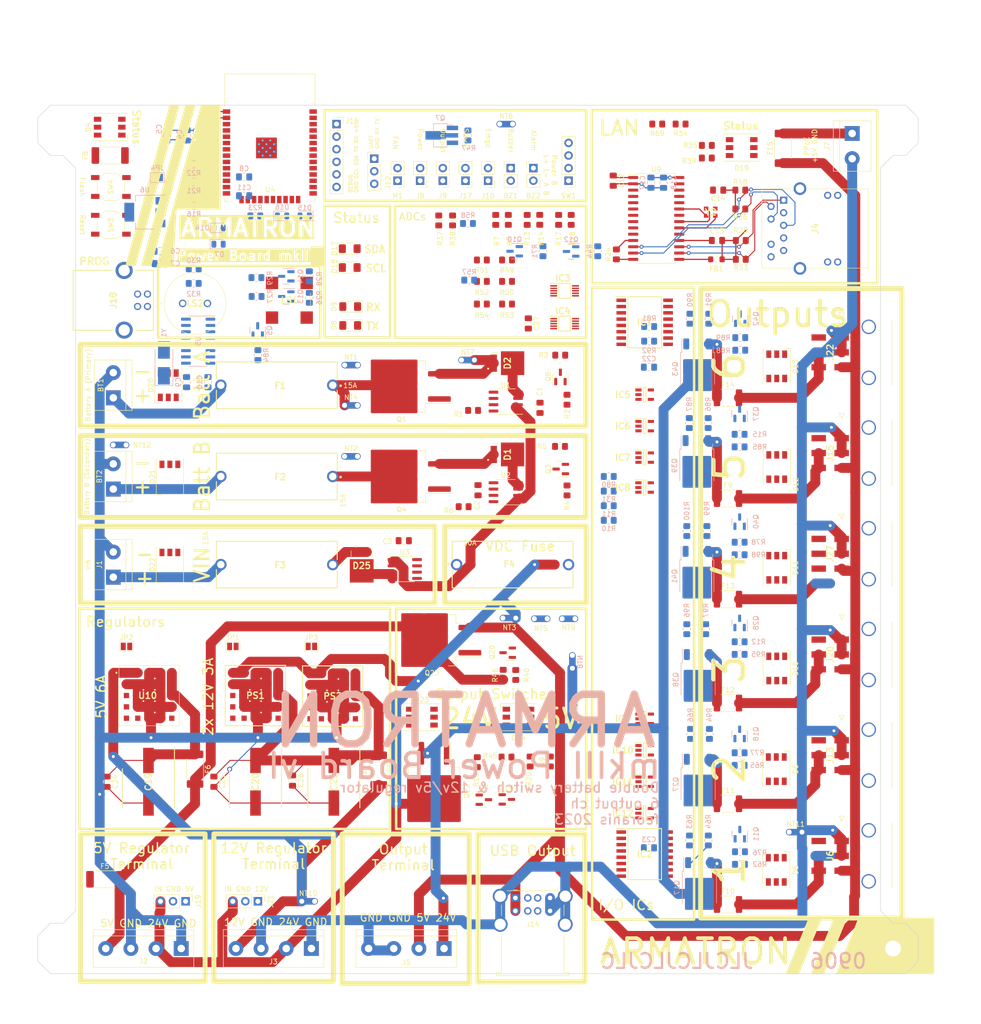
<source format=kicad_pcb>
(kicad_pcb (version 20221018) (generator pcbnew)
  (layers (0 "F.Cu" signal) (31 "B.Cu" signal) (34 "B.Paste" user) (35 "F.Paste" user) (36 "B.SilkS" user "B.Silkscreen") (37 "F.SilkS" user "F.Silkscreen") (38 "B.Mask" user) (39 "F.Mask" user) (44 "Edge.Cuts" user))
  (net 0 "")
  (net 1 "Net-(BT1-+)")
  (net 2 "Net-(BT2-+)")
  (net 3 "Net-(U1-FILTER)")
  (net 4 "Net-(U2-FILTER)")
  (net 5 "Net-(U3-FILTER)")
  (net 6 "BATT_A_LATCH")
  (net 7 "BATT_A_SW")
  (net 8 "BATT_B_LATCH")
  (net 9 "BATT_B_SW")
  (net 10 "VIN")
  (net 11 "BATT_A_IN")
  (net 12 "Net-(Q1-G)")
  (net 13 "Net-(NT1-Pad1)")
  (net 14 "Net-(Q3-C)")
  (net 15 "Net-(Q3-B)")
  (net 16 "+VDC")
  (net 17 "Net-(NT2-Pad1)")
  (net 19 "Net-(NT3-Pad1)")
  (net 20 "BATT_B_IN")
  (net 21 "Net-(Q8-B)")
  (net 22 "PIN_ADC_BATT_A")
  (net 23 "PIN_ADC_BATT_B")
  (net 24 "PIN_ADC_VIN")
  (net 25 "PIN_BATT_A_SENSE")
  (net 26 "PIN_BATT_B_SENSE")
  (net 27 "PIN_VIN_SENSE")
  (net 30 "Net-(BZ1-+)")
  (net 31 "Net-(BZ2-+)")
  (net 33 "nRTS")
  (net 41 "Net-(M1--)")
  (net 42 "PIN_VBATT_A_ENBL")
  (net 43 "PIN_VBATT_B_ENBL")
  (net 44 "Net-(D20-DIN)")
  (net 46 "+3.3V")
  (net 47 "Net-(Q5-B)")
  (net 48 "24V_out")
  (net 49 "5V_out")
  (net 50 "+12V")
  (net 51 "Net-(Q19-B)")
  (net 52 "Net-(Q19-C)")
  (net 53 "Net-(Q20-B)")
  (net 54 "Net-(Q20-C)")
  (net 55 "5V_adc")
  (net 56 "12V_adc")
  (net 57 "24V_Enable")
  (net 58 "5V_Enable")
  (net 59 "PIN_RESET")
  (net 60 "SDA")
  (net 61 "SCL")
  (net 62 "PIN_FLASH")
  (net 64 "Net-(F4-Pad1)")
  (net 65 "PIN_EmergencyButton")
  (net 66 "VBUS")
  (net 67 "D+")
  (net 68 "D-")
  (net 69 "RX")
  (net 70 "Net-(Q9-B)")
  (net 71 "Net-(Q9-C)")
  (net 72 "PIN_ALARM")
  (net 73 "PIN_BUZZER")
  (net 74 "PIN_Sdwn_Btn")
  (net 83 "PIN_Fan")
  (net 84 "Net-(Q10-B)")
  (net 85 "Net-(Q12-B)")
  (net 86 "5V_POWER")
  (net 87 "12V_POWER")
  (net 88 "Net-(J8-Pin_1)")
  (net 89 "Net-(J9-Pin_1)")
  (net 90 "Net-(NT4-Pad2)")
  (net 91 "Net-(NT7-Pad1)")
  (net 92 "Net-(SW1-A)")
  (net 93 "Net-(D17-K)")
  (net 94 "PIN_BATT_A_SENSE_ADC")
  (net 95 "PIN_BATT_B_SENSE_ADC")
  (net 96 "PIN_VIN_SENSE_ADC")
  (net 97 "Net-(Q13-B)")
  (net 98 "Net-(Q13-C)")
  (net 99 "Net-(Q14-B)")
  (net 100 "Net-(Q14-C)")
  (net 101 "Net-(U5-XI)")
  (net 102 "Net-(U5-XO)")
  (net 103 "RESET_UART")
  (net 104 "Net-(D14-K)")
  (net 105 "Net-(D15-K)")
  (net 106 "FLASH_UART")
  (net 107 "nDTR")
  (net 109 "POWER_GND")
  (net 110 "Net-(D18-K)")
  (net 111 "Net-(D8-K)")
  (net 112 "Net-(D9-K)")
  (net 113 "TX")
  (net 114 "Net-(Q39-E)")
  (net 115 "POW_5")
  (net 116 "Net-(Q27-E)")
  (net 117 "Net-(Q38-E)")
  (net 118 "Net-(Q41-E)")
  (net 119 "Net-(Q43-E)")
  (net 120 "Net-(D24-DO)")
  (net 122 "POW_6")
  (net 123 "Net-(Q7-B)")
  (net 124 "PD_1")
  (net 125 "PD_2")
  (net 126 "PD_3")
  (net 127 "PD_4")
  (net 128 "Net-(Q37-B)")
  (net 129 "Net-(Q37-C)")
  (net 130 "Net-(Q39-B)")
  (net 131 "Net-(Q18-B)")
  (net 132 "Net-(Q18-C)")
  (net 133 "Net-(Q27-B)")
  (net 134 "Net-(Q28-B)")
  (net 135 "Net-(Q28-C)")
  (net 136 "Net-(Q41-B)")
  (net 137 "Net-(Q42-B)")
  (net 138 "Net-(Q42-C)")
  (net 139 "Net-(Q43-B)")
  (net 140 "POW_2_EN")
  (net 141 "POW_3_EN")
  (net 142 "POW_4_EN")
  (net 143 "GND")
  (net 144 "Net-(J1-Pin_1)")
  (net 145 "PD_5")
  (net 146 "Net-(Q38-B)")
  (net 147 "PD_6")
  (net 148 "Net-(Q40-B)")
  (net 149 "Net-(Q40-C)")
  (net 150 "POW_5_EN")
  (net 151 "POW_6_EN")
  (net 152 "Net-(U9-VCAP)")
  (net 153 "/TX_CT")
  (net 154 "Net-(C14-Pad1)")
  (net 156 "Net-(LS1--)")
  (net 158 "Net-(Q17-E)")
  (net 159 "POW_1")
  (net 160 "Net-(U9-RBIAS)")
  (net 161 "Net-(U9-OSC2)")
  (net 164 "Net-(Q11-B)")
  (net 165 "Net-(Q11-C)")
  (net 166 "Net-(Q17-B)")
  (net 167 "POW_1_EN")
  (net 168 "POW_2")
  (net 169 "POW_3")
  (net 170 "POW_4")
  (net 171 "PIEZO")
  (net 173 "PIEZO_LOUD")
  (net 174 "ETH_INTER")
  (net 176 "ETH_CS")
  (net 177 "SCK")
  (net 178 "Net-(U9-OSC1)")
  (net 179 "/TPOUT+")
  (net 180 "/TPOUT-")
  (net 181 "/RX+")
  (net 183 "/RX-")
  (net 185 "Net-(J4-K_GREEN{slash}A_YELLOW_1)")
  (net 186 "Net-(JP1-B)")
  (net 191 "12V_ok")
  (net 192 "Net-(JP2-B)")
  (net 193 "Net-(JP3-B)")
  (net 199 "NEOPIXEL")
  (net 200 "MISO")
  (net 201 "Net-(D5-DO)")
  (net 203 "Net-(D10-DIN)")
  (net 205 "Net-(D10-DO)")
  (net 207 "Net-(D11-DO)")
  (net 211 "Net-(D12-DO)")
  (net 215 "MOSI")
  (net 216 "Net-(D13-DO)")
  (net 221 "Net-(D25-A_1)")
  (net 222 "Net-(IC1-P3)")
  (net 223 "Net-(IC1-P2)")
  (net 224 "Net-(IC1-P1)")
  (net 225 "Net-(IC1-P0)")
  (net 226 "POW_4_EN_O")
  (net 227 "POW_3_EN_O")
  (net 228 "POW_2_EN_O")
  (net 229 "POW_1_EN_O")
  (net 238 "Net-(D20-DO)")
  (net 240 "Net-(D21-DO)")
  (net 242 "Net-(D22-DO)")
  (net 244 "Net-(D23-DO)")
  (net 247 "Net-(C19-+)")
  (net 248 "Net-(C20-+)")
  (net 249 "Net-(U6-VO)")
  (net 250 "Net-(J7-Pin_1)")
  (net 251 "Net-(Y2-TRI-STATE)")
  (net 252 "/LEDB")
  (net 253 "/LEDA")
  (net 254 "Net-(J4-K_GREEN{slash}A_YELLOW_2)")
  (footprint "Capacitor_SMD:C_0805_2012Metric_Pad1.18x1.45mm_HandSolder" (layer "F.Cu") (at 208.28 60.325 180)
    (fp_text reference "C13")
    (fp_text value "0.1uF")
  )
  (footprint "RF_Module:ESP32-WROOM-32" (layer "F.Cu") (at 117.97 42.565)
    (fp_text reference "U4")
    (fp_text value "ESP32-WROOM-32")
  )
  (footprint "NetTie:NetTie-2_THT_Pad1.0mm" (layer "F.Cu") (at 88.93 101.6 180)
    (fp_text reference "NT12")
    (fp_text value "NetTie_2")
  )
  (footprint "NetTie:NetTie-2_THT_Pad1.0mm" (layer "F.Cu") (at 133.066 103.886)
    (fp_text reference "NT2")
    (fp_text value "NetTie_2")
  )
  (footprint "SamacSys_Parts:SOT95P275X110-5N" (layer "F.Cu") (at 193.675 97.79)
    (fp_text reference "IC6")
    (fp_text value "M74VHC1GT50DTT1G" hide)
  )
  (footprint "Resistor_SMD:R_0805_2012Metric_Pad1.20x1.40mm_HandSolder" (layer "F.Cu") (at 163.5955 56.1715 -90)
    (fp_text reference "R7")
    (fp_text value "220K")
  )
  (footprint "Resistor_SMD:R_0805_2012Metric_Pad1.20x1.40mm_HandSolder" (layer "F.Cu") (at 212.995 50.165)
    (fp_text reference "R48")
    (fp_text value "50R")
  )
  (footprint "Button_Switch_SMD:SW_SPST_TL3342" (layer "F.Cu") (at 85.865 57.15)
    (fp_text reference "SW3")
    (fp_text value "SW_Push")
  )
  (footprint "NetTie:NetTie-2_THT_Pad1.0mm" (layer "F.Cu") (at 156.688 84.455)
    (fp_text reference "NT7")
    (fp_text value "NetTie_2")
  )
  (footprint "Connector_PinHeader_2.54mm:PinHeader_1x02_P2.54mm_Vertical" (layer "F.Cu") (at 148.336 48.255 180)
    (fp_text reference "J8")
    (fp_text value "Conn_01x02")
  )
  (footprint "SamacSys_Parts:V10P20M386A" (layer "F.Cu") (at 136.525 125.955 180)
    (fp_text reference "D25")
    (fp_text value "V15PM15HM3_H" hide)
  )
  (footprint "Resistor_SMD:R_0805_2012Metric_Pad1.20x1.40mm_HandSolder" (layer "F.Cu") (at 187.96 63.135 90)
    (fp_text reference "R24")
    (fp_text value "2.32K 1%")
  )
  (footprint "SamacSys_Parts:SOT95P275X110-5N" (layer "F.Cu") (at 193.675 169.545)
    (fp_text reference "IC11")
    (fp_text value "M74VHC1GT50DTT1G" hide)
  )
  (footprint "SamacSys_Parts:V10P20M386A" (layer "F.Cu") (at 165.965 103.505 -90)
    (fp_text reference "D1")
    (fp_text value "V15PM15HM3_H" hide)
  )
  (footprint "Resistor_SMD:R_0805_2012Metric_Pad1.20x1.40mm_HandSolder" (layer "F.Cu") (at 213.09 60.325)
    (fp_text reference "R25")
    (fp_text value "50R")
  )
  (footprint "TerminalBlock:TerminalBlock_bornier-2_P5.08mm" (layer "F.Cu") (at 86.36 110.49 90)
    (fp_text reference "BT2")
    (fp_text value "Battery B (Secondary)")
  )
  (footprint "Resistor_SMD:R_0805_2012Metric_Pad1.20x1.40mm_HandSolder" (layer "F.Cu") (at 170.5384 165.465 -90)
    (fp_text reference "R20")
    (fp_text value "10K")
  )
  (footprint "TerminalBlock:TerminalBlock_bornier-2_P5.08mm" (layer "F.Cu") (at 86.36 92.075 90)
    (fp_text reference "BT1")
    (fp_text value "Battery A (Primary)")
  )
  (footprint "Connector_PinHeader_2.54mm:PinHeader_1x02_P2.54mm_Vertical" (layer "F.Cu") (at 143.764 48.26 180)
    (fp_text reference "M1")
    (fp_text value "Fan")
  )
  (footprint "NetTie:NetTie-2_THT_Pad1.0mm" (layer "F.Cu") (at 165.04 136.525)
    (fp_text reference "NT3")
    (fp_text value "NetTie_2")
  )
  (footprint "Capacitor_SMD:C_0805_2012Metric_Pad1.18x1.45mm_HandSolder" (layer "F.Cu") (at 160.02 110.7225 90)
    (fp_text reference "C2")
    (fp_text value "1n")
  )
  (footprint "Resistor_SMD:R_0805_2012Metric_Pad1.20x1.40mm_HandSolder" (layer "F.Cu") (at 206.232 41.148 180)
    (fp_text reference "R35")
    (fp_text value "220R")
  )
  (footprint "NetTie:NetTie-2_THT_Pad1.0mm" (layer "F.Cu") (at 177.008 136.652)
    (fp_text reference "NT9")
    (fp_text value "NetTie_2")
  )
  (footprint "LED_SMD:LED_WS2812_PLCC6_5.0x5.0mm_P1.6mm" (layer "F.Cu") (at 220.255 167.005 -90)
    (fp_text reference "D6")
    (fp_text value "Inolux_IN-PI556FCH")
  )
  (footprint "SamacSys_Parts:74982104400" (layer "F.Cu") (at 221.742 52.192 -90)
    (fp_text reference "J4")
    (fp_text value "74982104400" hide)
  )
  (footprint "Fuse:Fuse_2512_6332Metric_Pad1.52x3.35mm_HandSolder" (layer "F.Cu") (at 221.615 41.7225 90)
    (fp_text reference "F15")
    (fp_text value "5A")
  )
  (footprint "TerminalBlock:TerminalBlock_bornier-2_P5.08mm" (layer "F.Cu") (at 235.585 38.735 -90)
    (fp_text reference "J7")
    (fp_text value "Screw_Terminal_01x02")
  )
  (footprint "Resistor_SMD:R_0805_2012Metric_Pad1.20x1.40mm_HandSolder" (layer "F.Cu") (at 196.215 36.83)
    (fp_text reference "R69")
    (fp_text value "10K")
  )
  (footprint "LED_SMD:LED_1206_3216Metric_Pad1.42x1.75mm_HandSolder" (layer "F.Cu") (at 134.112 61.976)
    (fp_text reference "D17")
    (fp_text value "LED")
  )
  (footprint "Inductor_SMD:L_0805_2012Metric_Pad1.05x1.20mm_HandSolder" (layer "F.Cu") (at 208.16 64.135)
    (fp_text reference "FB1")
    (fp_text value "FerriteBead_Small")
  )
  (footprint "Jumper:SolderJumper-2_P1.3mm_Open_Pad1.0x1.5mm" (layer "F.Cu") (at 89.03 142.24)
    (fp_text reference "JP2")
    (fp_text value "SolderJumper_2_Open")
  )
  (footprint "LED_SMD:LED_1206_3216Metric_Pad1.42x1.75mm_HandSolder" (layer "F.Cu") (at 134.2025 77.47 180)
    (fp_text reference "D8")
    (fp_text value "LED")
  )
  (footprint "Connector_PinHeader_2.54mm:PinHeader_1x03_P2.54mm_Vertical" (layer "F.Cu") (at 100.965 193.675 -90)
    (fp_text reference "J19")
    (fp_text value "Conn_01x03_Pin")
  )
  (footprint "Resistor_SMD:R_0805_2012Metric_Pad1.20x1.40mm_HandSolder" (layer "F.Cu") (at 169.9455 56.1715 -90)
    (fp_text reference "R13")
    (fp_text value "220K")
  )
  (footprint "TerminalBlock:TerminalBlock_bornier-4_P5.08mm" (layer "F.Cu") (at 100.076 203.2 180)
    (fp_text reference "J2")
    (fp_text value "Screw_Terminal_01x04" hide)
  )
  (footprint "MountingHole:MountingHole_3.2mm_M3" (layer "F.Cu") (at 76.2 38.1)
    (fp_text reference "MH1" hide)
    (fp_text value "MountingHole_3.2mm_M3")
  )
  (footprint "Resistor_SMD:R_0805_2012Metric_Pad1.20x1.40mm_HandSolder" (layer "F.Cu") (at 200.93 36.83)
    (fp_text reference "R34")
    (fp_text value "10K")
  )
  (footprint "Resistor_SMD:R_0805_2012Metric_Pad1.20x1.40mm_HandSolder" (layer "F.Cu") (at 206.232 43.688 180)
    (fp_text reference "R39")
    (fp_text value "220R")
  )
  (footprint "Resistor_SMD:R_0805_2012Metric_Pad1.20x1.40mm_HandSolder" (layer "F.Cu") (at 159.8704 165.5975 90)
    (fp_text reference "R19")
    (fp_text value "1K")
  )
  (footprint "TerminalBlock:TerminalBlock_bornier-2_P5.08mm" (layer "F.Cu") (at 86.36 128.27 90)
    (fp_text reference "J1")
    (fp_text value "Conn_01x02")
  )
  (footprint "Package_SO:SOIC-8_3.9x4.9mm_P1.27mm" (layer "F.Cu") (at 165.62 92.837 180)
    (fp_text reference "U1")
    (fp_text value "ACS712xLCTR-20A")
  )
  (footprint "Capacitor_SMD:C_0805_2012Metric_Pad1.18x1.45mm_HandSolder" (layer "F.Cu") (at 145.021 120.904)
    (fp_text reference "C3")
    (fp_text value "1n")
  )
  (footprint "Connector_PinHeader_2.54mm:PinHeader_1x02_P2.54mm_Vertical" (layer "F.Cu") (at 171.196 45.72)
    (fp_text reference "BZ2")
    (fp_text value "Buzzer")
  )
  (footprint "SamacSys_Parts:RPM5060" (layer "F.Cu") (at 93.595 152.15)
    (fp_text reference "U10")
    (fp_text value "RPM5.0-6.0" hide)
  )
  (footprint "Connector_PinHeader_2.54mm:PinHeader_1x02_P2.54mm_Vertical" (layer "F.Cu") (at 152.908 48.26 180)
    (fp_text reference "J9")
    (fp_text value "Conn_01x02")
  )
  (footprint "Connector_PinHeader_2.54mm:PinHeader_1x03_P2.54mm_Vertical" (layer "F.Cu") (at 139.065 43.815)
    (fp_text reference "J12")
    (fp_text value "Conn_01x03_Pin")
  )
  (footprint "SamacSys_Parts:V10P20M386A" (layer "F.Cu") (at 165.965 85.09 -90)
    (fp_text reference "D2")
    (fp_text value "V15PM15HM3_H" hide)
  )
  (footprint "Capacitor_SMD:C_0805_2012Metric_Pad1.18x1.45mm_HandSolder" (layer "F.Cu") (at 172.54 94.094 -90)
    (fp_text reference "C1")
    (fp_text value "1n")
  )
  (footprint "Resistor_SMD:R_0805_2012Metric_Pad1.20x1.40mm_HandSolder" (layer "F.Cu") (at 177.995 110.7675 -90)
    (fp_text reference "R4")
    (fp_text value "1K")
  )
  (footprint "SamacSys_Parts:43045-06YY_060708_1" (layer "F.Cu") (at 231.14 103.22 90)
    (fp_text reference "J15")
    (fp_text value "3-794620-6" hide)
  )
  (footprint "Resistor_SMD:R_0805_2012Metric_Pad1.20x1.40mm_HandSolder" (layer "F.Cu") (at 160.798 64.262)
    (fp_text reference "R51")
    (fp_text value "22K")
  )
  (footprint "Fuse:Fuse_1812_4532Metric_Pad1.30x3.40mm_HandSolder" (layer "F.Cu") (at 210.5 112.395)
    (fp_text reference "F9")
    (fp_text value "10A")
  )
  (footprint "LED_SMD:LED_WS2812_PLCC6_5.0x5.0mm_P1.6mm" (layer "F.Cu") (at 220.345 106.045 -90)
    (fp_text reference "D12")
    (fp_text value "Inolux_IN-PI556FCH")
  )
  (footprint "Fuse:Fuse_2512_6332Metric_Pad1.52x3.35mm_HandSolder" (layer "F.Cu") (at 84.6425 189.23)
    (fp_text reference "F5")
    (fp_text value "0.5A")
  )
  (footprint "LED_SMD:LED_WS2812_PLCC6_5.0x5.0mm_P1.6mm" (layer "F.Cu") (at 168.185 156.515)
    (fp_text reference "D24")
    (fp_text value "Inolux_IN-PI556FCH")
  )
  (footprint "NetTie:NetTie-2_THT_Pad1.0mm" (layer "F.Cu") (at 164.405 36.83)
    (fp_text reference "NT6")
    (fp_text value "NetTie_2")
  )
  (footprint "SamacSys_Parts:SOP50P490X110-10N" (layer "F.Cu") (at 177.505 77.105)
    (fp_text reference "IC4")
    (fp_text value "ADS1115BQDGSRQ1" hide)
  )
  (footprint "LED_SMD:LED_WS2812_PLCC6_5.0x5.0mm_P1.6mm" (layer "F.Cu") (at 220.345 126.365 -90)
    (fp_text reference "D11")
    (fp_text value "Inolux_IN-PI556FCH")
  )
  (footprint "Fuse:Fuse_1812_4532Metric_Pad1.30x3.40mm_HandSolder" (layer "F.Cu") (at 210.5 132.715)
    (fp_text reference "F13")
    (fp_text value "10A")
  )
  (footprint "Resistor_SMD:R_0805_2012Metric_Pad1.20x1.40mm_HandSolder" (layer "F.Cu") (at 165.1 147.955 90)
    (fp_text reference "R46")
    (fp_text value "1K")
  )
  (footprint "Capacitor_SMD:C_0805_2012Metric_Pad1.18x1.45mm_HandSolder" (layer "F.Cu") (at 122.555 169.3125 -90)
    (fp_text reference "C26")
    (fp_text value "1uF")
  )
  (footprint "LED_SMD:LED_WS2812_PLCC6_5.0x5.0mm_P1.6mm" (layer "F.Cu") (at 220.255 187.325 -90)
    (fp_text reference "D5")
    (fp_text value "Inolux_IN-PI556FCH")
  )
  (footprint "Fuse:Fuse_1812_4532Metric_Pad1.30x3.40mm_HandSolder" (layer "F.Cu") (at 210.5 173.99)
    (fp_text reference "F11")
    (fp_text value "10A")
  )
  (footprint "Resistor_SMD:R_0805_2012Metric_Pad1.20x1.40mm_HandSolder" (layer "F.Cu") (at 157.115 114.046)
    (fp_text reference "R6")
    (fp_text value "1K")
  )
  (footprint "SamacSys_Parts:43045-06YY_060708_1" (layer "F.Cu") (at 231.14 164.18 90)
    (fp_text reference "J13")
    (fp_text value "3-794620-6" hide)
  )
  (footprint "SamacSys_Parts:WR-FSH_THT_2" (layer "F.Cu") (at 119.38 107.95 180)
    (fp_text reference "F2")
    (fp_text value "10A" hide)
  )
  (footprint "Resistor_SMD:R_0805_2012Metric_Pad1.20x1.40mm_HandSolder" (layer "F.Cu") (at 172.4855 56.1575 90)
    (fp_text reference "R14")
    (fp_text value "27K")
  )
  (footprint "Resistor_SMD:R_0805_2012Metric_Pad1.20x1.40mm_HandSolder" (layer "F.Cu") (at 160.798 68.58)
    (fp_text reference "R52")
    (fp_text value "15K")
  )
  (footprint "LED_SMD:LED_WS2812_PLCC6_5.0x5.0mm_P1.6mm" (layer "F.Cu") (at 97.79 125.73 90)
    (fp_text reference "D22")
    (fp_text value "Inolux_IN-PI556FCH")
  )
  (footprint "Connector_PinHeader_2.54mm:PinHeader_1x02_P2.54mm_Vertical" (layer "F.Cu") (at 162.052 48.26 180)
    (fp_text reference "J10")
    (fp_text value "Conn_01x02")
  )
  (footprint "Fuse:Fuse_1812_4532Metric_Pad1.30x3.40mm_HandSolder" (layer "F.Cu") (at 210.5 92.075)
    (fp_text reference "F14")
    (fp_text value "10A")
  )
  (footprint "SamacSys_Parts:PT1241PFQ" (layer "F.Cu") (at 100.37 73.025)
    (fp_text reference "LS2")
    (fp_text value "PT-1241PFQ" hide)
  )
  (footprint "SamacSys_Parts:SOT95P275X110-5N" (layer "F.Cu") (at 193.675 163.195)
    (fp_text reference "IC10")
    (fp_text value "M74VHC1GT50DTT1G" hide)
  )
  (footprint "SamacSys_Parts:RPMB1220CT" (layer "F.Cu") (at 115.065 152.155)
    (fp_text reference "PS1")
    (fp_text value "RPMB12-2.0-CT" hide)
  )
  (footprint "SamacSys_Parts:CAPAE1050X1050N" (layer "F.Cu") (at 115.08 169.545 -90)
    (fp_text reference "C20")
    (fp_text value "MAL215097001E3" hide)
  )
  (footprint "SamacSys_Parts:SOT95P275X110-5N" (layer "F.Cu") (at 193.675 104.14)
    (fp_text reference "IC7")
    (fp_text value "M74VHC1GT50DTT1G" hide)
  )
  (footprint "Resistor_SMD:R_0805_2012Metric_Pad1.20x1.40mm_HandSolder" (layer "F.Cu") (at 176.5745 101.8775)
    (fp_text reference "R5")
    (fp_text value "1K")
  )
  (footprint "Package_SO:SOIC-8_3.9x4.9mm_P1.27mm" (layer "F.Cu") (at 145.223 126.619)
    (fp_text reference "U3")
    (fp_text value "ACS712xLCTR-20A")
  )
  (footprint "NetTie:NetTie-2_THT_Pad1.0mm" (layer "F.Cu") (at 124.43 193.675)
    (fp_text reference "NT10")
    (fp_text value "NetTie_2")
  )
  (footprint "Resistor_SMD:R_0805_2012Metric_Pad1.20x1.40mm_HandSolder" (layer "F.Cu") (at 174.625 165.465 90)
    (fp_text reference "R9")
    (fp_text value "1K")
  )
  (footprint "MountingHole:MountingHole_3.2mm_M3" (layer "F.Cu") (at 244.8175 38.1)
    (fp_text reference "MH4" hide)
    (fp_text value "MountingHole_3.2mm_M3" hide)
  )
  (footprint "SamacSys_Parts:CMT8504100SMTTR" (layer "F.Cu") (at 121.92 72.39)
    (fp_text reference "LS1")
    (fp_text value "CMT-8504-100-SMT-TR" hide)
  )
  (footprint "TerminalBlock:TerminalBlock_bornier-4_P5.08mm" (layer "F.Cu") (at 153.162 203.2 180)
    (fp_text reference "J5")
    (fp_text value "Screw_Terminal_01x04")
  )
  (footprint "Fuse:Fuse_2512_6332Metric_Pad1.52x3.35mm_HandSolder" (layer "F.Cu") (at 102.87 167.005 -90)
    (fp_text reference "F6")
    (fp_text value "5A")
  )
  (footprint "LED_SMD:LED_WS2812_PLCC6_5.0x5.0mm_P1.6mm" (layer "F.Cu") (at 85.635 37.465 180)
    (fp_text reference "D4")
    (fp_text value "Inolux_IN-PI556FCH")
  )
  (footprint "Package_TO_SOT_SMD:SOT-23" (layer "F.Cu") (at 161.1944 173.1694)
    (fp_text reference "Q9")
    (fp_text value "BC817")
  )
  (footprint "Connector_PinHeader_2.54mm:PinHeader_1x04_P2.54mm_Vertical" (layer "F.Cu") (at 178.308 48.26 180)
    (fp_text reference "SW1")
    (fp_text value "SW_Push_LED")
  )
  (footprint "SamacSys_Parts:43045-06YY_060708_1" (layer "F.Cu") (at 231.14 123.54 90)
    (fp_text reference "J27")
    (fp_text value "3-794620-6" hide)
  )
  (footprint "Fuse:Fuse_1812_4532Metric_Pad1.30x3.40mm_HandSolder" (layer "F.Cu") (at 210.5 194.31)
    (fp_text reference "F10")
    (fp_text value "10A")
  )
  (footprint "SamacSys_Parts:SOT95P275X110-5N" (layer "F.Cu") (at 193.675 91.44)
    (fp_text reference "IC5")
    (fp_text value "M74VHC1GT50DTT1G" hide)
  )
  (footprint "Package_SO:SOIC-28W_7.5x17.9mm_P1.27mm" (layer "F.Cu") (at 196.01 55.88)
    (fp_text reference "U9")
    (fp_text value "ENC28J60x-SO")
  )
  (footprint "Package_TO_SOT_SMD:TO-263-2" (layer "F.Cu") (at 150.725 140.97 180)
    (fp_text reference "Q23")
    (fp_text value "IRF4905")
  )
  (footprint "Package_TO_SOT_SMD:SOT-23" (layer "F.Cu") (at 166.0135 143.51 180)
    (fp_text reference "Q20")
    (fp_text value "BC817")
  )
  (footprint "Resistor_SMD:R_0805_2012Metric_Pad1.20x1.40mm_HandSolder" (layer "F.Cu") (at 165.7764 164.5655)
    (fp_text reference "R45")
    (fp_text value "1K")
  )
  (footprint "LED_SMD:LED_WS2812_PLCC6_5.0x5.0mm_P1.6mm" (layer "F.Cu") (at 97.79 107.95 90)
    (fp_text reference "D21")
    (fp_text value "Inolux_IN-PI556FCH")
  )
  (footprint "LED_SMD:LED_1206_3216Metric_Pad1.42x1.75mm_HandSolder" (layer "F.Cu") (at 134.112 65.786)
    (fp_text reference "D18")
    (fp_text value "LED")
  )
  (footprint "Connector_PinSocket_2.54mm:PinSocket_1x06_P2.54mm_Vertical" (layer "F.Cu") (at 131.445 36.83)
    (fp_text reference "J16")
    (fp_text value "Conn_01x06_Socket")
  )
  (footprint "Package_TO_SOT_SMD:TO-263-2" (layer "F.Cu") (at 151.13 171.45 -90)
    (fp_text reference "Q22")
    (fp_text value "IRF4905")
  )
  (footprint "Resistor_SMD:R_0805_2012Metric_Pad1.20x1.40mm_HandSolder" (layer "F.Cu") (at 176.6215 83.467)
    (fp_text reference "R3")
    (fp_text value "1K")
  )
  (footprint "Resistor_SMD:R_0805_2012Metric_Pad1.20x1.40mm_HandSolder" (layer "F.Cu") (at 165.878 64.262 180)
    (fp_text reference "R49")
    (fp_text value "22K")
  )
  (footprint "Connector_PinHeader_2.54mm:PinHeader_1x02_P2.54mm_Vertical" (layer "F.Cu") (at 157.48 48.26 180)
    (fp_text reference "J17")
    (fp_text value "Conn_01x02")
  )
  (footprint "LED_SMD:LED_WS2812_PLCC6_5.0x5.0mm_P1.6mm" (layer "F.Cu") (at 220.345 146.685 -90)
    (fp_text reference "D10")
    (fp_text value "Inolux_IN-PI556FCH")
  )
  (footprint "MountingHole:MountingHole_3.2mm_M3" (layer "F.Cu") (at 76.2 203.2)
    (fp_text reference "MH2" hide)
    (fp_text value "MountingHole_3.2mm_M3")
  )
  (footprint "Fuse:Fuse_1812_4532Metric_Pad1.30x3.40mm_HandSolder" (layer "F.Cu") (at 210.5 153.67)
    (fp_text reference "F12")
    (fp_text value "10A")
  )
  (footprint "Fuse:Fuse_2512_6332Metric_Pad1.52x3.35mm_HandSolder" (layer "F.Cu") (at 85.725 43.18)
    (fp_text reference "F8")
    (fp_text value "0.5A")
  )
  (footprint "Resistor_SMD:R_0805_2012Metric_Pad1.20x1.40mm_HandSolder" (layer "F.Cu") (at 178.8355 56.1715 90)
    (fp_text reference "R18")
    (fp_text value "27K")
  )
  (footprint "Resistor_SMD:R_0805_2012Metric_Pad1.20x1.40mm_HandSolder" (layer "F.Cu") (at 160.798 73.152 180)
    (fp_text reference "R54")
    (fp_text value "15K")
  )
  (footprint "Resistor_SMD:R_0805_2012Metric_Pad1.20x1.40mm_HandSolder" (layer "F.Cu") (at 166.1355 56.1715 90)
    (fp_text reference "R8")
    (fp_text value "27K")
  )
  (footprint "SamacSys_Parts:SOP50P490X110-10N" (layer "F.Cu") (at 177.505 70.485)
    (fp_text reference "IC3")
    (fp_text value "ADS1115BQDGSRQ1" hide)
  )
  (footprint "LED_SMD:LED_WS2812_PLCC6_5.0x5.0mm_P1.6mm" (layer "F.Cu") (at 148.68 156.515)
    (fp_text reference "D23")
    (fp_text value "Inolux_IN-PI556FCH")
  )
  (footprint "SamacSys_Parts:WR-FSH_THT_2" (layer "F.Cu") (at 119.38 89.535 180)
    (fp_text reference "F1")
    (fp_text value "10A" hide)
  )
  (footprint "Resistor_SMD:R_0805_2012Metric_Pad1.20x1.40mm_HandSolder" (layer "F.Cu") (at 159.02 94.615)
    (fp_text reference "R1")
    (fp_text value "1K")
  )
  (footprint "NetTie:NetTie-2_THT_Pad1.0mm" (layer "F.Cu") (at 133.066 93.599)
    (fp_text reference "NT4")
    (fp_text value "NetTie_2")
  )
  (footprint "SamacSys_Parts:SOIC127P1032X265-16N" (layer "F.Cu") (at 193.675 184.15)
    (fp_text reference "IC2")
    (fp_text value "PCF8574T_3,518" hide)
  )
  (footprint "Jumper:SolderJumper-2_P1.3mm_Open_Pad1.0x1.5mm" (layer "F.Cu") (at 126.365 142.24)
    (fp_text reference "JP3")
    (fp_text value "SolderJumper_2_Open")
  )
  (footprint "SamacSys_Parts:43045-06YY_060708_1" (layer "F.Cu") (at 231.14 143.86 90)
    (fp_text reference "J20")
    (fp_text value "3-794620-6" hide)
  )
  (footprint "Resistor_SMD:R_0805_2012Metric_Pad1.20x1.40mm_HandSolder" (layer "F.Cu") (at 212.995 53.975 180)
    (fp_text reference "R36")
    (fp_text value "50R")
  )
  (footprint "Package_TO_SOT_SMD:SOT-23" (layer "F.Cu") (at 165.8389 173.114)
    (fp_text reference "Q19")
    (fp_text value "BC817")
  )
  (footprint "LED_SMD:LED_WS2812_PLCC6_5.0x5.0mm_P1.6mm" (layer "F.Cu") (at 97.46 89.535 90)
    (fp_text reference "D20")
    (fp_text value "Inolux_IN-PI556FCH")
  )
  (footprint "NetTie:NetTie-2_THT_Pad1.0mm" (layer "F.Cu") (at 222.855 179.705)
    (fp_text reference "NT11")
    (fp_text value "NetTie_2")
  )
  (footprint "Package_TO_SOT_SMD:SOT-23" (layer "F.Cu") (at 176.659 87.8635 90)
    (fp_text reference "Q8")
    (fp_text value "BC817" hide)
  )
  (footprint "TerminalBlock:TerminalBlock_bornier-4_P5.08mm" (layer "F.Cu") (at 126.365 203.2 180)
    (fp_text reference "J3")
    (fp_text value "Screw_Terminal_01x04")
  )
  (footprint "MountingHole:MountingHole_3.2mm_M3" (layer "F.Cu") (at 243.84 203.2)
    (fp_text reference "MH3" hide)
    (fp_text value "MountingHole_3.2mm_M3")
  )
  (footprint "SamacSys_Parts:CAPAE1050X1050N" (layer "F.Cu") (at 130.9 169.545 -90)
    (fp_text reference "C21")
    (fp_text value "MAL215097001E3" hide)
  )
  (footprint "Capacitor_SMD:C_0805_2012Metric_Pad1.18x1.45mm_HandSolder" (layer "F.Cu") (at 85.09 169.545 -90)
    (fp_text reference "C24")
    (fp_text value "1uF")
  )
  (footprint "Resistor_SMD:R_0805_2012Metric_Pad1.20x1.40mm_HandSolder" (layer "F.Cu") (at 176.2955 56.1715 -90)
    (fp_text reference "R17")
    (fp_text value "220K")
  )
  (footprint "SamacSys_Parts:SOT95P275X110-5N" (layer "F.Cu") (at 193.655 175.895)
    (fp_text reference "IC12")
    (fp_text value "M74VHC1GT50DTT1G" hide)
  )
  (footprint "SamacSys_Parts:RPMB1220CT" (layer "F.Cu") (at 130.67 152.27)
    (fp_text reference "PS2")
    (fp_text value "RPMB12-2.0-CT" hide)
  )
  (footprint "Resistor_SMD:R_0805_2012Metric_Pad1.20x1.40mm_HandSolder" (layer "F.Cu") (at 165.878 73.152)
    (fp_text reference "R53")
    (fp_text value "22K")
  )
  (footprint "Connector_PinHeader_2.54mm:PinHeader_1x02_P2.54mm_Vertical" (layer "F.Cu") (at 166.624 45.72)
    (fp_text reference "BZ1")
    (fp_text value "Buzzer")
  )
  (footprint "Jumper:SolderJumper-2_P1.3mm_Open_Pad1.0x1.5mm" (layer "F.Cu") (at 110.505 142.24)
    (fp_text reference "JP1")
    (fp_text value "SolderJumper_2_Open")
  )
  (footprint "SamacSys_Parts:43045-06YY_060708_1" (layer "F.Cu") (at 231.14 82.9 90)
    (fp_text reference "J22")
    (fp_text value "3-794620-6" hide)
  )
  (footprint "Connector_USB:USB_A_Wuerth_61400826021_Horizontal_Stacked" (layer "F.Cu") (at 167.569 192.996)
    (fp_text reference "J14")
    (fp_text value "USB_A_Stacked")
  )
  (footprint "NetTie:NetTie-2_THT_Pad1.0mm" (layer "F.Cu") (at 171.39 136.652)
    (fp_text reference "NT5")
    (fp_text value "NetTie_2")
  )
  (footprint "SamacSys_Parts:SOT95P275X110-5N" (layer "F.Cu") (at 193.655 110.175)
    (fp_text reference "IC8")
    (fp_text value "M74VHC1GT50DTT1G" hide)
  )
  (footprint "Resistor_SMD:R_0805_2012Metric_Pad1.20x1.40mm_HandSolder" (layer "F.Cu") (at 154.881 56.2845 90)
    (fp_text reference "R38")
    (fp_text value "27K")
  )
  (footprint "Package_TO_SOT_SMD:TO-263-2" (layer "F.Cu") (at 144.57 89.77 180)
    (fp_text reference "Q1")
    (fp_text value "IRF4905")
  )
  (footprint "SamacSys_Parts:CAPAE1050X1050N" (layer "F.Cu") (at 93.46 169.545 -90)
    (fp_text reference "C19")
    (fp_text value "MAL215097001E3" hide)
  )
  (footprint "SamacSys_Parts:USB1030GFPBB" (layer "F.Cu") (at 93.265 73.64 -90)
    (fp_text reference "J18")
    (fp_text value "USB_B" hide)
  )
  (footprint "Resistor_SMD:R_0805_2012Metric_Pad1.20x1.40mm_HandSolder" (layer "F.Cu") (at 152.087 56.2845 -90)
    (fp_text reference "R37")
    (fp_text value "220K")
  )
  (footprint "LED_SMD:LED_WS2812_PLCC6_5.0x5.0mm_P1.6mm" (layer "F.Cu") (at 213.27 41.58)
    (fp_text reference "D19")
    (fp_text value "Inolux_IN-PI556FCH")
  )
  (footprint "Resistor_SMD:R_0805_2012Metric_Pad1.20x1.40mm_HandSolder" (layer "F.Cu") (at 165.878 68.58)
    (fp_text reference "R50")
    (fp_text value "15K")
  )
  (footprint "LED_SMD:LED_WS2812_PLCC6_5.0x5.0mm_P1.6mm" (layer "F.Cu") (at 220.345 85.725 -90)
    (fp_text reference "D13")
    (fp_text value "Inolux_IN-PI556FCH")
  )
  (footprint "SamacSys_Parts:WR-FSH_THT_2" (layer "F.Cu") (at 167.005 125.73)
    (fp_text reference "F4")
    (fp_text value "10A" hide)
  )
  (footprint "Connector_PinHeader_2.54mm:PinHeader_1x03_P2.54mm_Vertical" (layer "F.Cu") (at 115.57 193.675 -90)
    (fp_text reference "J21")
    (fp_text value "Conn_01x03_Pin")
  )
  (footprint "Resistor_SMD:R_0805_2012Metric_Pad1.20x1.40mm_HandSolder" (layer "F.Cu") (at 177.995 92.4575 -90)
    (fp_text reference "R2")
    (fp_text value "1K")
  )
  (footprint "SamacSys_Parts:43045-06YY_060708_1" (layer "F.Cu") (at 231.14 184.5 90)
    (fp_text reference "J6")
    (fp_text value "3-794620-6" hide)
  )
  (footprint "Capacitor_SMD:C_0805_2012Metric_Pad1.18x1.45mm_HandSolder" (layer "F.Cu") (at 106.68 169.545 -90)
    (fp_text reference "C25")
    (fp_text value "1uF")
  )
  (footprint "Package_TO_SOT_SMD:SOT-23" (layer "F.Cu") (at 176.725 106.4495 180)
    (fp_text reference "Q3")
    (fp_text value "BC817" hide)
  )
  (footprint "LED_SMD:LED_1206_3216Metric_Pad1.42x1.75mm_HandSolder" (layer "F.Cu") (at 134.2025 73.66 180)
    (fp_text reference "D9")
    (fp_text value "LED")
  )
  (footprint "Fuse:Fuse_2512_6332Metric_Pad1.52x3.35mm_HandSolder" (layer "F.Cu") (at 139.954 167.1925 -90)
    (fp_text reference "F7")
    (fp_text value "3.5A")
  )
  (footprint "Capacitor_SMD:C_0805_2012Metric_Pad1.18x1.45mm_HandSolder" (layer "F.Cu") (at 187.325 48.26 -90)
    (fp_text reference "C12")
    (fp_text value "10uF")
  )
  (footprint "Resistor_SMD:R_0805_2012Metric_Pad1.20x1.40mm_HandSolder" (layer "F.Cu") (at 167.64 148.002 -90)
    (fp_text reference "R40")
    (fp_text value "1K")
  )
  (footprint "NetTie:NetTie-2_THT_Pad1.0mm" (layer "F.Cu") (at 133.096 85.471)
    (fp_text reference "NT1")
    (fp_text value "NetTie_2")
  )
  (footprint "SamacSys_Parts:ECS2520MVLC250BNTR3" (layer "F.Cu") (at 207.01 54.61 180)
    (fp_text reference "Y2")
    (fp_text value "ECS-2520MVLC-250-BN-TR3" hide)
  )
  (footprint "Package_TO_SOT_SMD:TO-263-2" (layer "F.Cu") (at 144.57 107.95 180)
    (fp_text reference "Q4")
    (fp_text value "IRF4905")
  )
  (footprint "Package_SO:SOIC-8_3.9x4.9mm_P1.27mm" (layer "F.Cu") (at 165.62 111.125 180)
    (fp_text reference "U2")
    (fp_text value "ACS712xLCTR-20A")
  )
  (footprint "SamacSys_Parts:SOT95P275X110-5N" (layer "F.Cu") (at 193.675 156.845)
    (fp_text reference "IC9")
    (fp_text value "M74VHC1GT50DTT1G" hide)
  )
  (footprint "SamacSys_Parts:WR-FSH_THT_2" (layer "F.Cu") (at 119.38 125.73 180)
    (fp_text reference "F3")
    (fp_text value "10A" hide)
  )
  (footprint "SamacSys_Parts:SOIC127P1032X265-16N" (layer "F.Cu") (at 193.675 76.835)
    (fp_text reference "IC1")
    (fp_text value "PCF8574T_3,518" hide)
  )
  (footprint "Capacitor_SMD:C_0805_2012Metric_Pad1.18x1.45mm_HandSolder" (layer "F.Cu") (at 208.5125 50.165 180)
    (fp_text reference "C14")
    (fp_text value "0.1uF")
  )
  (footprint "Button_Switch_SMD:SW_SPST_TL3342" (layer "F.Cu") (at 85.865 49.53)
    (fp_text reference "SW4")
    (fp_text value "SW_Push")
  )
  (footprint "Capacitor_SMD:C_0805_2012Metric_Pad1.18x1.45mm_HandSolder" (layer "F.Cu") (at 170.18 77.0675 -90)
    (fp_text reference "C27")
    (fp_text value "10u")
  )
  (footprint "Resistor_SMD:R_0805_2012Metric_Pad1.20x1.40mm_HandSolder" (layer "F.Cu") (at 213.09 64.135 180)
    (fp_text reference "R33")
    (fp_text value "50R")
  )
  (footprint "Resistor_SMD:R_0805_2012Metric_Pad1.20x1.40mm_HandSolder" (layer "B.Cu") (at 205.995 138.7665 -90)
    (fp_text reference "R97")
    (fp_text value "1K")
  )
  (footprint "Resistor_SMD:R_0805_2012Metric_Pad1.20x1.40mm_HandSolder" (layer "B.Cu") (at 202.7275 181.404 90)
    (fp_text reference "R63")
    (fp_text value "1K")
  )
  (footprint "Resistor_SMD:R_0805_2012Metric_Pad1.20x1.40mm_HandSolder" (layer "B.Cu") (at 202.82 76.1165 90)
    (fp_text reference "R90")
    (fp_text value "1K")
  )
  (footprint "Resistor_SMD:R_0805_2012Metric_Pad1.20x1.40mm_HandSolder" (layer "B.Cu") (at 186.42 116.8)
    (fp_text reference "R10")
    (fp_text value "100K")
  )
  (footprint "Resistor_SMD:R_0805_2012Metric_Pad1.20x1.40mm_HandSolder" (layer "B.Cu") (at 158.242 68.326 180)
    (fp_text reference "R57")
    (fp_text value "1k")
  )
  (footprint "Capacitor_SMD:C_0805_2012Metric_Pad1.18x1.45mm_HandSolder" (layer "B.Cu") (at 95.7365 64.994 180)
    (fp_text reference "C7")
    (fp_text value "100n")
  )
  (footprint "Resistor_SMD:R_0805_2012Metric_Pad1.20x1.40mm_HandSolder" (layer "B.Cu") (at 206.248 118.9605 90)
    (fp_text reference "R99")
    (fp_text value "1K")
  )
  (footprint "Resistor_SMD:R_0805_2012Metric_Pad1.20x1.40mm_HandSolder" (layer "B.Cu") (at 194.58 80.645 180)
    (fp_text reference "R92")
    (fp_text value "100K")
  )
  (footprint "Capacitor_SMD:C_0805_2012Metric_Pad1.18x1.45mm_HandSolder" (layer "B.Cu") (at 105.475 88.9215 -90)
    (fp_text reference "C10")
    (fp_text value "22pF")
  )
  (footprint "Package_TO_SOT_SMD:SOT-23" (layer "B.Cu") (at 212.853 117.0635 90)
    (fp_text reference "Q40")
    (fp_text value "BC817")
  )
  (footprint "Package_TO_SOT_SMD:SOT-23" (layer "B.Cu") (at 212.847 95.294 90)
    (fp_text reference "Q37")
    (fp_text value "BC817")
  )
  (footprint "Resistor_SMD:R_0805_2012Metric_Pad1.20x1.40mm_HandSolder" (layer "B.Cu") (at 194.58 77.695 180)
    (fp_text reference "R81")
    (fp_text value "100K")
  )
  (footprint "Resistor_SMD:R_0805_2012Metric_Pad1.20x1.40mm_HandSolder" (layer "B.Cu") (at 186.42 113.85)
    (fp_text reference "R11")
    (fp_text value "100K")
  )
  (footprint "Resistor_SMD:R_0805_2012Metric_Pad1.20x1.40mm_HandSolder" (layer "B.Cu") (at 157.988 39.132 90)
    (fp_text reference "R47")
    (fp_text value "10K")
  )
  (footprint "Capacitor_SMD:C_0805_2012Metric_Pad1.18x1.45mm_HandSolder" (layer "B.Cu") (at 194.5425 182.88 180)
    (fp_text reference "C23")
    (fp_text value "10u")
  )
  (footprint "Resistor_SMD:R_0805_2012Metric_Pad1.20x1.40mm_HandSolder" (layer "B.Cu") (at 212.98 79.9265)
    (fp_text reference "R89")
    (fp_text value "100K")
  )
  (footprint "Resistor_SMD:R_0805_2012Metric_Pad1.20x1.40mm_HandSolder" (layer "B.Cu") (at 202.184 118.9605 -90)
    (fp_text reference "R100")
    (fp_text value "1K")
  )
  (footprint "Resistor_SMD:R_0805_2012Metric_Pad1.20x1.40mm_HandSolder" (layer "B.Cu") (at 125.952 67.548 90)
    (fp_text reference "R28")
    (fp_text value "10K")
  )
  (footprint "Package_TO_SOT_SMD:SOT-89-3_Handsoldering" (layer "B.Cu") (at 152.4 39.116 180)
    (fp_text reference "Q7")
    (fp_text value "Q_NPN_BCE")
  )
  (footprint "Resistor_SMD:R_0805_2012Metric_Pad1.20x1.40mm_HandSolder" (layer "B.Cu") (at 102.6 66.04 180)
    (fp_text reference "R30")
    (fp_text value "1K")
  )
  (footprint "Resistor_SMD:R_0805_2012Metric_Pad1.20x1.40mm_HandSolder" (layer "B.Cu") (at 102.632 44.958 180)
    (fp_text reference "R22")
    (fp_text value "10K")
  )
  (footprint "Resistor_SMD:R_0805_2012Metric_Pad1.20x1.40mm_HandSolder" (layer "B.Cu") (at 206.755 159.8965 -90)
    (fp_text reference "R94")
    (fp_text value "1K")
  )
  (footprint "Package_TO_SOT_SMD:SOT-23" (layer "B.Cu") (at 212.98 76.1165 90)
    (fp_text reference "Q42")
    (fp_text value "BC817")
  )
  (footprint "Jumper:SolderJumper-2_P1.3mm_Open_Pad1.0x1.5mm" (layer "B.Cu") (at 95.235 47.625)
    (fp_text reference "JP4")
    (fp_text value "SolderJumper_2_Open")
  )
  (footprint "Resistor_SMD:R_0805_2012Metric_Pad1.20x1.40mm_HandSolder" (layer "B.Cu") (at 212.923 183.673)
    (fp_text reference "R76")
    (fp_text value "100K")
  )
  (footprint "Capacitor_SMD:C_0805_2012Metric_Pad1.18x1.45mm_HandSolder" (layer "B.Cu") (at 101.262 39.116 90)
    (fp_text reference "C4")
    (fp_text value "100n")
  )
  (footprint "Package_TO_SOT_SMD:TO-252-2" (layer "B.Cu") (at 204.725 190.915 -90)
    (fp_text reference "Q17")
    (fp_text value "Q_PNP_Darlington_BCE")
  )
  (footprint "Resistor_SMD:R_0805_2012Metric_Pad1.20x1.40mm_HandSolder" (layer "B.Cu") (at 212.853 121.206)
    (fp_text reference "R78")
    (fp_text value "100K")
  )
  (footprint "Resistor_SMD:R_0805_2012Metric_Pad1.20x1.40mm_HandSolder" (layer "B.Cu") (at 184.2036 62.5 -90)
    (fp_text reference "R44")
    (fp_text value "10K")
  )
  (footprint "Package_TO_SOT_SMD:TO-252-2" (layer "B.Cu") (at 204.217 105.7465 -90)
    (fp_text reference "Q39")
    (fp_text value "Q_PNP_Darlington_BCE")
  )
  (footprint "Capacitor_SMD:C_0805_2012Metric_Pad1.18x1.45mm_HandSolder" (layer "B.Cu") (at 112.776 51.308 180)
    (fp_text reference "C11")
    (fp_text value "100n")
  )
  (footprint "Resistor_SMD:R_0805_2012Metric_Pad1.20x1.40mm_HandSolder" (layer "B.Cu") (at 186.42 107.95)
    (fp_text reference "R80")
    (fp_text value "100K")
  )
  (footprint "Resistor_SMD:R_0805_2012Metric_Pad1.20x1.40mm_HandSolder" (layer "B.Cu") (at 212.847 99.4365)
    (fp_text reference "R15")
    (fp_text value "100K")
  )
  (footprint "Package_TO_SOT_SMD:TO-252-2" (layer "B.Cu") (at 204.35 86.2365 -90)
    (fp_text reference "Q43")
    (fp_text value "Q_PNP_Darlington_BCE")
  )
  (footprint "Package_TO_SOT_SMD:TO-252-2" (layer "B.Cu") (at 204.47 170.0565 -90)
    (fp_text reference "Q27")
    (fp_text value "Q_PNP_Darlington_BCE")
  )
  (footprint "Capacitor_SMD:C_0805_2012Metric_Pad1.18x1.45mm_HandSolder" (layer "B.Cu") (at 112.776 47.498 180)
    (fp_text reference "C8")
    (fp_text value "100n")
  )
  (footprint "Package_TO_SOT_SMD:SOT-23" (layer "B.Cu") (at 178.8211 62.545 180)
    (fp_text reference "Q12")
    (fp_text value "BC817")
  )
  (footprint "Package_TO_SOT_SMD:TO-252-2" (layer "B.Cu") (at 204.216 128.0985 -90)
    (fp_text reference "Q41")
    (fp_text value "Q_PNP_Darlington_BCE")
  )
  (footprint "Resistor_SMD:R_0805_2012Metric_Pad1.20x1.40mm_HandSolder" (layer "B.Cu") (at 202.185 138.7665 90)
    (fp_text reference "R96")
    (fp_text value "1K")
  )
  (footprint "Resistor_SMD:R_0805_2012Metric_Pad1.20x1.40mm_HandSolder" (layer "B.Cu") (at 212.98 82.4665 180)
    (fp_text reference "R88")
    (fp_text value "1K")
  )
  (footprint "Package_TO_SOT_SMD:SOT-23" (layer "B.Cu") (at 212.853 159.8965 90)
    (fp_text reference "Q18")
    (fp_text value "BC817")
  )
  (footprint "Package_SO:SOIC-16_3.9x9.9mm_P1.27mm" (layer "B.Cu") (at 103.505 80.645 180)
    (fp_text reference "U5")
    (fp_text value "CH340G")
  )
  (footprint "Resistor_SMD:R_0805_2012Metric_Pad1.20x1.40mm_HandSolder" (layer "B.Cu") (at 212.853 143.8465 180)
    (fp_text reference "R95")
    (fp_text value "1K")
  )
  (footprint "Resistor_SMD:R_0805_2012Metric_Pad1.20x1.40mm_HandSolder" (layer "B.Cu") (at 102.632 53.34)
    (fp_text reference "R16")
    (fp_text value "1K")
  )
  (footprint "Resistor_SMD:R_0805_2012Metric_Pad1.20x1.40mm_HandSolder" (layer "B.Cu") (at 115.57 83.455 90)
    (fp_text reference "R84")
    (fp_text value "1K")
  )
  (footprint "Package_TO_SOT_SMD:SOT-223-3_TabPin2" (layer "B.Cu") (at 92.735 54.61 180)
    (fp_text reference "U6")
    (fp_text value "AMS1117-3.3")
  )
  (footprint "Resistor_SMD:R_0805_2012Metric_Pad1.20x1.40mm_HandSolder" (layer "B.Cu") (at 212.853 163.7065)
    (fp_text reference "R77")
    (fp_text value "100K")
  )
  (footprint "Capacitor_SMD:C_0805_2012Metric_Pad1.18x1.45mm_HandSolder" (layer "B.Cu") (at 194.5425 85.89 180)
    (fp_text reference "C22")
    (fp_text value "10u")
  )
  (footprint "Resistor_SMD:R_0805_2012Metric_Pad1.20x1.40mm_HandSolder" (layer "B.Cu") (at 173.135 62.5 -90)
    (fp_text reference "R71")
    (fp_text value "1K")
  )
  (footprint "Package_TO_SOT_SMD:SOT-23" (layer "B.Cu") (at 212.8875 180.117 90)
    (fp_text reference "Q11")
    (fp_text value "BC817")
  )
  (footprint "Resistor_SMD:R_0805_2012Metric_Pad1.20x1.40mm_HandSolder" (layer "B.Cu") (at 212.853 123.746 180)
    (fp_text reference "R98")
    (fp_text value "1K")
  )
  (footprint "Resistor_SMD:R_0805_2012Metric_Pad1.20x1.40mm_HandSolder" (layer "B.Cu") (at 102.632 48.514 180)
    (fp_text reference "R21")
    (fp_text value "10K")
  )
  (footprint "Package_TO_SOT_SMD:SOT-23" (layer "B.Cu") (at 121.3015 71.628 180)
    (fp_text reference "Q13")
    (fp_text value "BC817")
  )
  (footprint "Capacitor_SMD:C_0805_2012Metric_Pad1.18x1.45mm_HandSolder" (layer "B.Cu") (at 194.945 48.6625 -90)
    (fp_text reference "C17")
    (fp_text value "10uF")
  )
  (footprint "Package_TO_SOT_SMD:SOT-23" (layer "B.Cu") (at 167.42 62.5 180)
    (fp_text reference "Q10")
    (fp_text value "BC817")
  )
  (footprint "Resistor_SMD:R_0805_2012Metric_Pad1.20x1.40mm_HandSolder" (layer "B.Cu") (at 202.945 159.8965 90)
    (fp_text reference "R66")
    (fp_text value "1K")
  )
  (footprint "Resistor_SMD:R_0805_2012Metric_Pad1.20x1.40mm_HandSolder" (layer "B.Cu") (at 125.952 71.898 90)
    (fp_text reference "R26")
    (fp_text value "10K")
  )
  (footprint "Resistor_SMD:R_0805_2012Metric_Pad1.20x1.40mm_HandSolder" (layer "B.Cu") (at 157.988 56.896 180)
    (fp_text reference "R58")
    (fp_text value "1k")
  )
  (footprint "Capacitor_SMD:C_0805_2012Metric_Pad1.18x1.45mm_HandSolder" (layer "B.Cu") (at 95.7365 62.484 180)
    (fp_text reference "C6")
    (fp_text value "4.7u")
  )
  (footprint "Capacitor_SMD:C_0805_2012Metric_Pad1.18x1.45mm_HandSolder" (layer "B.Cu") (at 101.157 88.9215 -90)
    (fp_text reference "C9")
    (fp_text value "22pF")
  )
  (footprint "Resistor_SMD:R_0805_2012Metric_Pad1.20x1.40mm_HandSolder" (layer "B.Cu") (at 212.923 186.213 180)
    (fp_text reference "R62")
    (fp_text value "1K")
  )
  (footprint "Package_TO_SOT_SMD:TO-252-2" (layer "B.Cu") (at 204.47 148.9265 -90)
    (fp_text reference "Q38")
    (fp_text value "Q_PNP_Darlington_BCE")
  )
  (footprint "Resistor_SMD:R_0805_2012Metric_Pad1.20x1.40mm_HandSolder" (layer "B.Cu") (at 115.3 71.628 180)
    (fp_text reference "R27")
    (fp_text value "1k")
  )
  (footprint "Package_TO_SOT_SMD:SOT-23" (layer "B.Cu") (at 121.3015 67.564 180)
    (fp_text reference "Q14")
    (fp_text value "BC817")
  )
  (footprint "Resistor_SMD:R_0805_2012Metric_Pad1.20x1.40mm_HandSolder" (layer "B.Cu") (at 115.268 67.818 180)
    (fp_text reference "R29")
    (fp_text value "1k")
  )
  (footprint "Package_TO_SOT_SMD:SOT-23" (layer "B.Cu") (at 212.853 137.4965 90)
    (fp_text reference "Q28")
    (fp_text value "BC817")
  )
  (footprint "Diode_SMD:D_0805_2012Metric" (layer "B.Cu") (at 107.6175 57.785)
    (fp_text reference "D14")
    (fp_text value "D")
  )
  (footprint "Capacitor_SMD:C_0805_2012Metric_Pad1.18x1.45mm_HandSolder" (layer "B.Cu") (at 97.155 39.1375 90)
    (fp_text reference "C5")
    (fp_text value "10u")
  )
  (footprint "Resistor_SMD:R_0805_2012Metric_Pad1.20x1.40mm_HandSolder" (layer "B.Cu") (at 212.853 141.3065)
    (fp_text reference "R12")
    (fp_text value "100K")
  )
  (footprint "Package_TO_SOT_SMD:SOT-23" (layer "B.Cu") (at 115.525 78.48 90)
    (fp_text reference "Q5")
    (fp_text value "BC817")
  )
  (footprint "Resistor_SMD:R_0805_2012Metric_Pad1.20x1.40mm_HandSolder" (layer "B.Cu") (at 212.847 101.9765 180)
    (fp_text reference "R85")
    (fp_text value "1K")
  )
  (footprint "Resistor_SMD:R_0805_2012Metric_Pad1.20x1.40mm_HandSolder" (layer "B.Cu") (at 206.5375 181.404 -90)
    (fp_text reference "R64")
    (fp_text value "1K")
  )
  (footprint "Resistor_SMD:R_0805_2012Metric_Pad1.20x1.40mm_HandSolder" (layer "B.Cu") (at 212.853 166.2465 180)
    (fp_text reference "R65")
    (fp_text value "1K")
  )
  (footprint "Resistor_SMD:R_0805_2012Metric_Pad1.20x1.40mm_HandSolder" (layer "B.Cu") (at 206.497 97.1665 90)
    (fp_text reference "R86")
    (fp_text value "1K")
  )
  (footprint "Diode_SMD:D_0805_2012Metric" (layer "B.Cu") (at 107.6175 61.079)
    (fp_text reference "D7")
    (fp_text value "D")
  )
  (footprint "Resistor_SMD:R_0805_2012Metric_Pad1.20x1.40mm_HandSolder" (layer "B.Cu") (at 102.6 68.99 180)
    (fp_text reference "R32")
    (fp_text value "1K")
  )
  (footprint "NetTie:NetTie-2_THT_Pad1.0mm" (layer "B.Cu") (at 179.07 146.655 90)
    (fp_text reference "NT8")
    (fp_text value "NetTie_2")
  )
  (footprint "Resistor_SMD:R_0805_2012Metric_Pad1.20x1.40mm_HandSolder" (layer "B.Cu") (at 186.42 110.9)
    (fp_text reference "R31")
    (fp_text value "100K")
  )
  (footprint "Crystal:Crystal_SMD_5032-2Pin_5.0x3.2mm_HandSoldering" (layer "B.Cu") (at 96.585 85.03 90)
    (fp_text reference "Y1")
    (fp_text value "12MHz")
  )
  (footprint "Diode_SMD:D_0805_2012Metric" (layer "B.Cu") (at 120.4425 55.372)
    (fp_text reference "D16")
    (fp_text value "D")
  )
  (footprint "Resistor_SMD:R_0805_2012Metric_Pad1.20x1.40mm_HandSolder" (layer "B.Cu") (at 206.63 76.1165 -90)
    (fp_text reference "R91")
    (fp_text value "1K")
  )
  (footprint "Resistor_SMD:R_0805_2012Metric_Pad1.20x1.40mm_HandSolder" (layer "B.Cu") (at 115.046 55.372 180)
    (fp_text reference "R23")
    (fp_text value "10K")
  )
  (footprint "Resistor_SMD:R_0805_2012Metric_Pad1.20x1.40mm_HandSolder" (layer "B.Cu") (at 202.687 97.1665 90)
    (fp_text reference "R87")
    (fp_text value "1K")
  )
  (footprint "Capacitor_SMD:C_0805_2012Metric_Pad1.18x1.45mm_HandSolder" (layer "B.Cu") (at 197.485 48.6625 -90)
    (fp_text reference "C18")
    (fp_text value "100n")
  )
  (footprint "Diode_SMD:D_0805_2012Metric" (layer "B.Cu") (at 125.0145 55.38 180)
    (fp_text reference "D15")
    (fp_text value "D")
  )
  (gr_rect (start 79.697 81.28) (end 181.805 97.79) (stroke (width 1)) (fill none) (layer "F.SilkS"))
  (gr_rect (start 106.68 180.0606) (end 130.81 209.804) (stroke (width 1)) (fill none) (layer "F.SilkS"))
  (gr_poly (pts (xy 107.95 33.02) (xy 107.95 53.975) (xy 99.06 53.975) (xy 98.425 65.405) (xy 95.25 65.405) (xy 104.14 33.02)) (stroke (width 0.15)) (fill solid) (layer "F.SilkS"))
  (gr_poly (pts (xy 222.25 208.28) (xy 226.695 197.485) (xy 229.235 197.485) (xy 224.79 208.28)) (stroke (width 0.15)) (fill solid) (layer "F.SilkS"))
  (gr_rect (start 204.98 70.025) (end 245.62 197.0504) (stroke (width 1)) (fill none) (layer "F.SilkS"))
  (gr_rect (start 132.588 180.086) (end 158.242 210.2485) (stroke (width 1)) (fill none) (layer "F.SilkS"))
  (gr_rect (start 143.256 53.34) (end 181.864 79.944) (stroke (width 0.5)) (fill none) (layer "F.SilkS"))
  (gr_poly (pts (xy 128.905 61.595) (xy 126.365 61.595) (xy 126.365 65.405) (xy 128.905 65.405)) (stroke (width 0.15)) (fill solid) (layer "F.SilkS"))
  (gr_rect (start 79.756 180.0606) (end 104.902 209.804) (stroke (width 1)) (fill none) (layer "F.SilkS"))
  (gr_rect (start 143.4846 134.62) (end 181.864 179.07) (stroke (width 0.5)) (fill none) (layer "F.SilkS"))
  (gr_rect (start 79.697 99.695) (end 181.805 116.205) (stroke (width 1)) (fill none) (layer "F.SilkS"))
  (gr_poly (pts (xy 102.87 33.02) (xy 93.98 65.405) (xy 92.075 65.405) (xy 100.965 33.02)) (stroke (width 0.15)) (fill solid) (layer "F.SilkS"))
  (gr_rect (start 79.697 117.983) (end 151.325 133.477) (stroke (width 1)) (fill none) (layer "F.SilkS"))
  (gr_rect (start 79.502 134.62) (end 142.24 179.07) (stroke (width 0.5)) (fill none) (layer "F.SilkS"))
  (gr_rect (start 95.4024 65.4685) (end 128.143 79.9465) (stroke (width 0.5)) (fill none) (layer "F.SilkS"))
  (gr_rect (start 129.032 53.34) (end 142.24 79.883) (stroke (width 0.5)) (fill none) (layer "F.SilkS"))
  (gr_rect (start 129.032 34.036) (end 181.864 52.324) (stroke (width 0.5)) (fill none) (layer "F.SilkS"))
  (gr_rect (start 153.289 117.9576) (end 181.864 133.477) (stroke (width 1)) (fill none) (layer "F.SilkS"))
  (gr_rect (start 183.007 34.036) (end 240.665 68.961) (stroke (width 0.5)) (fill none) (layer "F.SilkS"))
  (gr_poly (pts (xy 99.695 33.02) (xy 98.309215 38.068216) (xy 90.805 65.405) (xy 88.9 65.405) (xy 95.832102 40.152342) (xy 96.407075 38.057796) (xy 96.982049 35.963249) (xy 97.79 33.02)) (stroke (width 0.15)) (fill solid) (layer "F.SilkS"))
  (gr_rect (start 183.0578 69.85) (end 203.6572 197.358) (stroke (width 0.5)) (fill none) (layer "F.SilkS"))
  (gr_rect (start 236.73 197.0504) (end 252.095 208.28) (stroke (width 0.15)) (fill solid) (layer "F.SilkS"))
  (gr_poly (pts (xy 234.315 197.485) (xy 229.87 208.28) (xy 227.33 208.28) (xy 231.775 197.485)) (stroke (width 0.15)) (fill solid) (layer "F.SilkS"))
  (gr_rect (start 160.02 180.086) (end 181.61 209.931) (stroke (width 1)) (fill none) (layer "F.SilkS"))
  (gr_poly (pts (xy 236.73 197.485) (xy 232.41 208.28) (xy 236.73 208.28)) (stroke (width 0.15)) (fill solid) (layer "F.SilkS"))
  (gr_poly (pts (xy 76.2 43.18) (xy 78.74 45.72) (xy 78.74 93.98) (xy 78.74 195.58) (xy 76.2 198.12) (xy 73.66 198.12) (xy 71.12 200.66) (xy 71.12 205.74) (xy 73.66 208.28) (xy 246.38 208.28) (xy 248.92 205.74) (xy 248.92 200.66) (xy 246.38 198.12) (xy 243.84 198.12) (xy 241.3 195.58) (xy 241.3 45.72) (xy 243.84 43.18) (xy 246.38 43.18) (xy 248.92 40.64) (xy 248.92 35.56) (xy 246.38 33.02) (xy 73.66 33.02) (xy 71.12 35.56) (xy 71.12 40.64) (xy 73.66 43.18)) (stroke (width 0.1)) (fill none) (layer "Edge.Cuts"))
  (gr_text "0906     JLCJLCJLCJLC" (at 238.76 205.74) (layer "B.SilkS") (effects (font (size 3 3) (thickness 0.45)) (justify left mirror)))
  (gr_text "mkIII Power Board vI" (at 197.358 169.291) (layer "B.SilkS") (effects (font (size 5 5) (thickness 0.75)) (justify left bottom mirror)))
  (gr_text "ARMATRON" (at 196.85 163.195) (layer "B.SilkS") (effects (font (size 10 10) (thickness 1.5)) (justify left bottom mirror)))
  (gr_text "Double battery switch & 12v/5v regulator\n6 output ch\nfeoranis 2023" (at 196.85 169.545) (layer "B.SilkS") (effects (font (size 2 2) (thickness 0.3)) (justify left top mirror)))
  (gr_text "RX" (at 137.214 74.676) (layer "F.SilkS") (effects (font (size 1.5 1.5) (thickness 0.3) bold) (justify left bottom)))
  (gr_text "+\n-" (at 92.27 89.535 180) (layer "F.SilkS") (effects (font (size 3 3) (thickness 0.45))))
  (gr_text "Output" (at 152.4 37.592 270) (layer "F.SilkS") (effects (font (size 1 1)) (justify left bottom)))
  (gr_text "1" (at 210.82 187.5 90) (layer "F.SilkS") (effects (font (size 6 6) (thickness 0.9))))
  (gr_text "5V 6A" (at 85.09 152.4 90) (layer "F.SilkS") (effects (font (size 2 2) (thickness 0.3)) (justify bottom)))
  (gr_text "Output Switches" (at 151.13 153.035) (layer "F.SilkS") (effects (font (size 2 2) (thickness 0.3)) (justify left bottom)))
  (gr_text "2x 12V 3A" (at 106.68 152.4 90) (layer "F.SilkS") (effects (font (size 2 2) (thickness 0.3)) (justify bottom)))
  (gr_text "Status" (at 209.37 38.1) (layer "F.SilkS") (effects (font (size 1.5 1.5) (thickness 0.3) bold) (justify left bottom)))
  (gr_text "Batt B" (at 106.045 107.95 90) (layer "F.SilkS") (effects (font (size 3 3) (thickness 0.45)) (justify bottom)))
  (gr_text "Regulators" (at 80.645 138.43) (layer "F.SilkS") (effects (font (size 2 2) (thickness 0.3)) (justify left bottom)))
  (gr_text "ARMATRON" (at 184.15 203.835) (layer "F.SilkS") (effects (font (size 5 5) (thickness 0.75)) (justify left)))
  (gr_text "Sdwn" (at 156.972 37.592 -90) (layer "F.SilkS") (effects (font (size 1 1)) (justify left bottom)))
  (gr_text "-\n+" (at 92.71 125.984) (layer "F.SilkS") (effects (font (size 3 3) (thickness 0.45))))
  (gr_text "2" (at 210.82 167.005 90) (layer "F.SilkS") (effects (font (size 6 6) (thickness 0.9))))
  (gr_text "5V GND 24V GND" (at 83.566 199.009) (layer "F.SilkS") (effects (font (size 1.5 1.5) (thickness 0.225)) (justify left bottom)))
  (gr_text "Alarm" (at 170.688 40.132 -90) (layer "F.SilkS") (effects (font (size 1 1)) (justify bottom)))
  (gr_text "Reset" (at 80.15 57.15 270) (layer "F.SilkS") (effects (font (size 1 1))))
  (gr_text "Status" (at 130.556 56.896) (layer "F.SilkS") (effects (font (size 2 2) (thickness 0.3)) (justify left bottom)))
  (gr_text "VIN" (at 81.28 125.73 90) (layer "F.SilkS") (effects (font (size 0.9125 0.9125))))
  (gr_text "TX" (at 137.214 78.486) (layer "F.SilkS") (effects (font (size 1.5 1.5) (thickness 0.3) bold) (justify left bottom)))
  (gr_text "Outputs" (at 205.74 78.105) (layer "F.SilkS") (effects (font (size 5 5) (thickness 0.75)) (justify left bottom)))
  (gr_text "15A" (at 132.715 90.17) (layer "F.SilkS") (effects (font (size 1 1)) (justify left bottom)))
  (gr_text "Power" (at 147.828 37.592 270) (layer "F.SilkS") (effects (font (size 1 1)) (justify left bottom)))
  (gr_text "Emgc" (at 161.544 37.592 -90) (layer "F.SilkS") (effects (font (size 1 1)) (justify left bottom)))
  (gr_text "Batt A" (at 106.045 89.535 90) (layer "F.SilkS") (effects (font (size 3 3) (thickness 0.45)) (justify bottom)))
  (gr_text "ADCs" (at 146.812 56.388) (layer "F.SilkS") (effects (font (size 1.5 1.5) (thickness 0.225)) (justify bottom)))
  (gr_text "Status" (at 90.17 37.465 -90) (layer "F.SilkS") (effects (font (size 1.5 1.5) (thickness 0.3) bold) (justify bottom)))
  (gr_text "Output\nTerminal" (at 144.907 181.991) (layer "F.SilkS") (effects (font (size 2 2) (thickness 0.3)) (justify top)))
  (gr_text "24V" (at 152.33 156.845) (layer "F.SilkS") (effects (font (size 4 4) (thickness 0.6)) (justify left)))
  (gr_text "FAN" (at 142.748 39.116 -90) (layer "F.SilkS") (effects (font (size 1 1)) (justify left bottom)))
  (gr_text "15A" (at 133.35 114.3 90) (layer "F.SilkS") (effects (font (size 1 1)) (justify left bottom)))
  (gr_text "+\n-" (at 92.27 107.95 180) (layer "F.SilkS") (effects (font (size 3 3) (thickness 0.45))))
  (gr_text "4" (at 210.82 126.365 90) (layer "F.SilkS") (effects (font (size 6 6) (thickness 0.9))))
  (gr_text "Power B\nL+ L- A B" (at 173.228 42.916 -90) (layer "F.SilkS") (effects (font (size 1 1)) (justify left bottom)))
  (gr_text "I/O ICs" (at 184.15 195.58) (layer "F.SilkS") (effects (font (size 2 2) (thickness 0.3)) (justify left bottom)))
  (gr_text "VIN\n" (at 106.045 125.73 90) (layer "F.SilkS") (effects (font (size 3 3) (thickness 0.45)) (justify bottom)))
  (gr_text "3" (at 210.82 146.86 90) (layer "F.SilkS") (effects (font (size 6 6) (thickness 0.9))))
  (gr_text "UART \nGND RX TX" (at 139.065 41.91 90) (layer "F.SilkS") (effects (font (size 0.75 0.75) (thickness 0.12)) (justify left)))
  (gr_text "VDC Fuse" (at 161.29 123.19) (layer "F.SilkS") (effects (font (size 2 2) (thickness 0.3)) (justify left bottom)))
  (gr_text "PROG" (at 82.55 65.405) (layer "F.SilkS") (effects (font (size 1.5 1.5) (thickness 0.3) bold) (justify bottom)))
  (gr_text "12V GND 24V GND" (at 108.585 198.755) (layer "F.SilkS") (effects (font (size 1.5 1.5) (thickness 0.225)) (justify left bottom)))
  (gr_text "5V Regulator\nTerminal" (at 92.075 187.325) (layer "F.SilkS") (effects (font (size 2 2) (thickness 0.3)) (justify bottom)))
  (gr_text "12V Regulator\nTerminal" (at 118.745 187.325) (layer "F.SilkS") (effects (font (size 2 2) (thickness 0.3)) (justify bottom)))
  (gr_text "SCL" (at 137.1235 66.802) (layer "F.SilkS") (effects (font (size 1.5 1.5) (thickness 0.3) bold) (justify left bottom)))
  (gr_text "LAN" (at 184.15 39.37) (layer "F.SilkS") (effects (font (size 3 3) (thickness 0.45)) (justify left bottom)))
  (gr_text "6" (at 210.82 85.725 90) (layer "F.SilkS") (effects (font (size 6 6) (thickness 0.9))))
  (gr_text "SDA" (at 136.8695 62.992) (layer "F.SilkS") (effects (font (size 1.5 1.5) (thickness 0.3) bold) (justify left bottom)))
  (gr_text "IN GND 12V" (at 108.712 191.77) (layer "F.SilkS") (effects (font (size 1 1)) (justify left bottom)))
  (gr_text "15A" (at 105.605 121.92 90) (layer "F.SilkS") (effects (font (size 1 1)) (justify left bottom)))
  (gr_text "DEBUG\nGND SCL SDA TX RX +5V" (at 135.89 50.8 90) (layer "F.SilkS") (effects (font (size 0.75 0.75)) (justify left bottom)))
  (gr_text "USB Output" (at 162.179 184.636) (layer "F.SilkS") (effects (font (size 2 2) (thickness 0.3)) (justify left bottom)))
  (gr_text "ARMATRON" (at 99.695 57.785) (layer "F.SilkS" knockout) (effects (font (size 3.5 3.5) (thickness 0.6)) (justify left)))
  (gr_text "GND GND 5V 24V" (at 136.017 197.866) (layer "F.SilkS") (effects (font (size 1.5 1.5) (thickness 0.22)) (justify left bottom)))
  (gr_text "Buzzer" (at 166.116 40.132 -90) (layer "F.SilkS") (effects (font (size 1 1)) (justify bottom)))
  (gr_text "Flash" (at 80.15 49.53 270) (layer "F.SilkS") (effects (font (size 1 1))))
  (gr_text "5" (at 210.82 106.045 90) (layer "F.SilkS") (effects (font (size 6 6) (thickness 0.9))))
  (gr_text "PPoE\n+5V GND" (at 228.6 41.275 90) (layer "F.SilkS") (effects (font (size 1 1)) (justify bottom)))
  (gr_text "Power Board mkIII" (at 99.06 62.23) (layer "F.SilkS" knockout) (effects (font (size 2 2) (thickness 0.3)) (justify left top)))
  (gr_text "10A" (at 156.845 121.92) (layer "F.SilkS") (effects (font (size 1 1)) (justify left bottom)))
  (gr_text "5V" (at 172.72 156.845) (layer "F.SilkS") (effects (font (size 4 4) (thickness 0.6)) (justify left)))
  (gr_text "IN GND 5V" (at 94.615 191.77) (layer "F.SilkS") (effects (font (size 1 1)) (justify left bottom)))
  (segment (start 89.535 95.25) (end 103.11782 95.25) (width 2) (layer "B.Cu") (net 1))
  (segment (start 103.11782 95.25) (end 108.08 90.28782) (width 2) (layer "B.Cu") (net 1))
  (segment (start 86.36 92.075) (end 89.535 95.25) (width 2) (layer "B.Cu") (net 1))
  (segment (start 105.54 110.49) (end 108.08 107.95) (width 2) (layer "B.Cu") (net 2))
  (segment (start 86.36 110.49) (end 105.54 110.49) (width 2) (layer "B.Cu") (net 2))
  (segment (start 167.005 90.17) (end 168.275 91.44) (width 2) (layer "F.Cu") (net 6))
  (segment (start 167.005 85.09) (end 167.005 90.17) (width 2) (layer "F.Cu") (net 6))
  (segment (start 152.22 87.23) (end 161.055 87.23) (width 2) (layer "F.Cu") (net 7))
  (segment (start 162.56 84.455) (end 159.288 84.455) (width 2) (layer "F.Cu") (net 7))
  (segment (start 163.195 85.09) (end 162.56 84.455) (width 2) (layer "F.Cu") (net 7))
  (segment (start 161.055 87.23) (end 163.195 85.09) (width 2) (layer "F.Cu") (net 7))
  (segment (start 167.005 108.585) (end 168.275 109.855) (width 2) (layer "F.Cu") (net 8))
  (segment (start 167.005 108.585) (end 167.005 103.505) (width 2) (layer "F.Cu") (net 8))
  (segment (start 152.22 105.41) (end 161.29 105.41) (width 2) (layer "F.Cu") (net 9))
  (segment (start 161.29 105.41) (end 163.195 103.505) (width 2) (layer "F.Cu") (net 9))
  (segment (start 137.165 127.635) (end 142.723 127.635) (width 2) (layer "F.Cu") (net 10))
  (segment (start 142.723 127.635) (end 142.723 128.524) (width 2) (layer "F.Cu") (net 10))
  (segment (start 136.525 126.995) (end 137.165 127.635) (width 2) (layer "F.Cu") (net 10))
  (segment (start 130.68 89.535) (end 142.835 89.535) (width 2) (layer "F.Cu") (net 11))
  (segment (start 131.3855 89.535) (end 133.066 91.2155) (width 2) (layer "F.Cu") (net 11))
  (segment (start 142.835 89.535) (end 143.07 89.77) (width 2) (layer "F.Cu") (net 11))
  (segment (start 133.066 91.2155) (end 133.066 93.599) (width 2) (layer "F.Cu") (net 11))
  (segment (start 143.51 173.99) (end 143.51 180.975) (width 2) (layer "F.Cu") (net 16))
  (segment (start 128.385 147.685) (end 128.385 146.793019) (width 2) (layer "F.Cu") (net 16))
  (segment (start 118.5348 205.9502) (end 108.3748 205.9502) (width 2) (layer "F.Cu") (net 16))
  (segment (start 110.49 193.675) (end 110.49 195.7751) (width 2) (layer "F.Cu") (net 16))
  (segment (start 126.095 147.685) (end 123.73 145.32) (width 2) (layer "F.Cu") (net 16))
  (segment (start 175.505 125.73) (end 171.45 125.73) (width 2) (layer "F.Cu") (net 16))
  (segment (start 114.01 145.32) (end 111.76 147.57) (width 2) (layer "F.Cu") (net 16))
  (segment (start 143.51 149.225) (end 147.955 149.225) (width 2) (layer "F.Cu") (net 16))
  (segment (start 141.122006 144.785) (end 142.235 145.897994) (width 2) (layer "F.Cu") (net 16))
  (segment (start 143.51 173.99) (end 146.97 173.99) (width 2) (layer "F.Cu") (net 16))
  (segment (start 110.49 195.7751) (end 108.3748 197.8903) (width 2) (layer "F.Cu") (net 16))
  (segment (start 123.73 145.32) (end 114.01 145.32) (width 2) (layer "F.Cu") (net 16))
  (segment (start 98.004 205.9502) (end 95.6836 203.6298) (width 2) (layer "F.Cu") (net 16))
  (segment (start 108.3748 205.9502) (end 98.004 205.9502) (width 2) (layer "F.Cu") (net 16))
  (segment (start 146.97 173.99) (end 148.355 175.375) (width 2) (layer "F.Cu") (net 16))
  (segment (start 142.235 147.95) (end 143.51 149.225) (width 2) (layer "F.Cu") (net 16))
  (segment (start 142.235 145.897994) (end 142.235 147.95) (width 2) (layer "F.Cu") (net 16))
  (segment (start 143.51 180.975) (end 121.285 203.2) (width 2) (layer "F.Cu") (net 16))
  (segment (start 130.393019 144.785) (end 141.122006 144.785) (width 2) (layer "F.Cu") (net 16))
  (segment (start 108.3748 197.8903) (end 108.3748 205.9502) (width 2) (layer "F.Cu") (net 16))
  (segment (start 128.385 146.793019) (end 130.393019 144.785) (width 2) (layer "F.Cu") (net 16))
  (segment (start 128.385 147.685) (end 126.095 147.685) (width 2) (layer "F.Cu") (net 16))
  (segment (start 121.285 203.2) (end 118.5348 205.9502) (width 2) (layer "F.Cu") (net 16))
  (segment (start 112.78 147.57) (end 111.76 147.57) (width 2) (layer "F.Cu") (net 16))
  (segment (start 111.76 147.57) (end 110.49 147.57) (width 2) (layer "F.Cu") (net 16))
  (segment (start 95.6836 203.2) (end 95.6836 195.9765) (width 2) (layer "F.Cu") (net 16))
  (segment (start 95.885 193.675) (end 95.885 195.7751) (width 2) (layer "F.Cu") (net 16))
  (via (at 171.45 125.73) (size 1) (drill 0.6) (layers "F.Cu" "B.Cu") (net 16))
  (via (at 143.51 173.99) (size 1) (drill 0.6) (layers "F.Cu" "B.Cu") (net 16))
  (via (at 147.955 149.225) (size 1) (drill 0.6) (layers "F.Cu" "B.Cu") (net 16))
  (segment (start 164.6053 132.5747) (end 167.64 135.6094) (width 2) (layer "B.Cu") (net 16))
  (segment (start 147.955 149.225) (end 143.51 153.67) (width 2) (layer "B.Cu") (net 16))
  (segment (start 167.64 135.6094) (end 167.64 136.525) (width 2) (layer "B.Cu") (net 16))
  (segment (start 171.45 125.73) (end 147.955 149.225) (width 2) (layer "B.Cu") (net 16))
  (segment (start 143.51 153.67) (end 143.51 173.99) (width 2) (layer "B.Cu") (net 16))
  (segment (start 130.68 107.95) (end 143.07 107.95) (width 2) (layer "F.Cu") (net 20))
  (segment (start 107.29 35.585) (end 102.87 40.005) (width 0.25) (layer "F.Cu") (net 46))
  (segment (start 207.935 55.335) (end 207.935 55.985) (width 0.25) (layer "F.Cu") (net 46))
  (segment (start 109.22 35.585) (end 107.29 35.585) (width 0.25) (layer "F.Cu") (net 46))
  (segment (start 200.66 47.625) (end 198.755 47.625) (width 0.25) (layer "F.Cu") (net 46))
  (segment (start 206.135 57.785) (end 200.66 57.785) (width 0.25) (layer "F.Cu") (net 46))
  (segment (start 207.01 64.135) (end 200.66 64.135) (width 0.25) (layer "F.Cu") (net 46))
  (segment (start 207.935 55.985) (end 206.135 57.785) (width 0.25) (layer "F.Cu") (net 46))
  (via (at 198.755 47.625) (size 0.8) (drill 0.4) (layers "F.Cu" "B.Cu") (net 46))
  (via (at 102.87 40.005) (size 0.8) (drill 0.4) (layers "F.Cu" "B.Cu") (net 46))
  (segment (start 198.755 47.625) (end 194.945 47.625) (width 0.25) (layer "B.Cu") (net 46))
  (segment (start 97.325 40.005) (end 97.155 40.175) (width 0.25) (layer "B.Cu") (net 46))
  (segment (start 102.87 40.005) (end 97.325 40.005) (width 0.25) (layer "B.Cu") (net 46))
  (segment (start 148.59 163.8) (end 149.83 163.8) (width 2) (layer "F.Cu") (net 48))
  (segment (start 149.86 163.83) (end 149.83 163.8) (width 2) (layer "F.Cu") (net 48))
  (segment (start 153.035 203.454) (end 153.162 203.581) (width 2) (layer "F.Cu") (net 48))
  (segment (start 153.035 193.04) (end 153.035 203.454) (width 2) (layer "F.Cu") (net 48))
  (via (at 149.83 163.8) (size 1) (drill 0.6) (layers "F.Cu" "B.Cu") (net 48))
  (via (at 153.035 193.04) (size 1) (drill 0.6) (layers "F.Cu" "B.Cu") (net 48))
  (segment (start 179.705 158.75) (end 197.485 158.75) (width 2) (layer "B.Cu") (net 48))
  (segment (start 151.4475 162.2425) (end 154.94 158.75) (width 2) (layer "B.Cu") (net 48))
  (segment (start 179.07 158.115) (end 179.07 146.655) (width 2) (layer "B.Cu") (net 48))
  (segment (start 197.485 94.3615) (end 204.35 87.4965) (width 2) (layer "B.Cu") (net 48))
  (segment (start 204.725 192.175) (end 200.43 192.175) (width 2) (layer "B.Cu") (net 48))
  (segment (start 197.485 189.23) (end 197.485 158.75) (width 2) (layer "B.Cu") (net 48))
  (segment (start 151.4475 162.2425) (end 151.4475 191.4525) (width 2) (layer "B.Cu") (net 48))
  (segment (start 179.705 158.75) (end 179.07 158.115) (width 2) (layer "B.Cu") (net 48))
  (segment (start 151.4475 191.4525) (end 153.035 193.04) (width 2) (layer "B.Cu") (net 48))
  (segment (start 149.86 163.83) (end 151.4475 162.2425) (width 2) (layer "B.Cu") (net 48))
  (segment (start 154.94 158.75) (end 179.705 158.75) (width 2) (layer "B.Cu") (net 48))
  (segment (start 197.485 158.75) (end 197.485 94.3615) (width 2) (layer "B.Cu") (net 48))
  (segment (start 200.43 192.175) (end 197.485 189.23) (width 2) (layer "B.Cu") (net 48))
  (segment (start 236.22 127) (end 236.22 111.22) (width 2) (layer "F.Cu") (net 49))
  (segment (start 233.455 187.5) (end 235.959 187.5) (width 2) (layer "F.Cu") (net 49))
  (segment (start 236.22 147.066) (end 236.22 143.764) (width 2) (layer "F.Cu") (net 49))
  (segment (start 233.455 146.86) (end 236.014 146.86) (width 2) (layer "F.Cu") (net 49))
  (segment (start 167.424399 138.43) (end 176.575 147.580601) (width 2) (layer "F.Cu") (net 49))
  (segment (start 236.165 187.706) (end 236.165 167.132) (width 2) (layer "F.Cu") (net 49))
  (segment (start 236.22 85.852) (end 236.22 106.426) (width 2) (layer "F.Cu") (net 49))
  (segment (start 221.615 44.71) (end 229.649641 44.71) (width 2) (layer "F.Cu") (net 49))
  (segment (start 236.165 167.132) (end 236.165 143.819) (width 2) (layer "F.Cu") (net 49))
  (segment (start 167.569 189.301) (end 167.569 195.616) (width 2) (layer "F.Cu") (net 49))
  (segment (start 236.22 127) (end 233.915 127) (width 2) (layer "F.Cu") (net 49))
  (segment (start 233.455 167.18) (end 236.117 167.18) (width 2) (layer "F.Cu") (net 49))
  (segment (start 235.959 187.5) (end 236.165 187.706) (width 2) (layer "F.Cu") (net 49))
  (segment (start 236.165 192.587) (end 236.165 187.706) (width 2) (layer "F.Cu") (net 49))
  (segment (start 236.117 167.18) (end 236.165 167.132) (width 2) (layer "F.Cu") (net 49))
  (segment (start 236.014 106.22) (end 236.22 106.426) (width 2) (layer "F.Cu") (net 49))
  (segment (start 233.455 106.22) (end 236.014 106.22) (width 2) (layer "F.Cu") (net 49))
  (segment (start 233.915 127) (end 233.455 126.54) (width 2) (layer "F.Cu") (net 49))
  (segment (start 236.22 51.280359) (end 236.22 85.852) (width 2) (layer "F.Cu") (net 49))
  (segment (start 236.165 143.819) (end 236.22 143.764) (width 2) (layer "F.Cu") (net 49))
  (segment (start 229.649641 44.71) (end 236.22 51.280359) (width 2) (layer "F.Cu") (net 49))
  (segment (start 151.059 189.301) (end 148.082 192.278) (width 2) (layer "F.Cu") (net 49))
  (segment (start 236.22 106.426) (end 236.22 111.22) (width 2) (layer "F.Cu") (net 49))
  (segment (start 176.575 180.295) (end 176.575 187.37) (width 2) (layer "F.Cu") (net 49))
  (segment (start 233.045 200.66) (end 235.966 197.739) (width 2) (layer "F.Cu") (net 49))
  (segment (start 189.865 200.66) (end 233.045 200.66) (width 2) (layer "F.Cu") (net 49))
  (segment (start 235.966 192.786) (end 236.165 192.587) (width 2) (layer "F.Cu") (net 49))
  (segment (start 236.014 146.86) (end 236.22 147.066) (width 2) (layer "F.Cu") (net 49))
  (segment (start 176.575 180.295) (end 167.569 189.301) (width 2) (layer "F.Cu") (net 49))
  (segment (start 235.966 197.739) (end 235.966 192.786) (width 2) (layer "F.Cu") (net 49))
  (segment (start 158.375 138.43) (end 167.424399 138.43) (width 2) (layer "F.Cu") (net 49))
  (segment (start 236.22 143.764) (end 236.22 127) (width 2) (layer "F.Cu") (net 49))
  (segment (start 233.455 85.9) (end 236.172 85.9) (width 2) (layer "F.Cu") (net 49))
  (segment (start 176.575 187.37) (end 189.865 200.66) (width 2) (layer "F.Cu") (net 49))
  (segment (start 167.569 189.301) (end 151.059 189.301) (width 2) (layer "F.Cu") (net 49))
  (segment (start 236.172 85.9) (end 236.22 85.852) (width 2) (layer "F.Cu") (net 49))
  (segment (start 176.575 147.580601) (end 176.575 180.295) (width 2) (layer "F.Cu") (net 49))
  (segment (start 236.22 150.130448) (end 236.22 147.066) (width 2) (layer "F.Cu") (net 49))
  (segment (start 148.082 192.278) (end 148.082 203.581) (width 2) (layer "F.Cu") (net 49))
  (segment (start 169.144899 112.395) (end 170.615 110.924899) (width 2) (layer "F.Cu") (net 64))
  (segment (start 144.973 129.253899) (end 144.973 126.524101) (width 2) (layer "F.Cu") (net 64))
  (segment (start 170.615 110.924899) (end 170.615 96.955) (width 2) (layer "F.Cu") (net 64))
  (segment (start 168.275 112.395) (end 169.144899 112.395) (width 2) (layer "F.Cu") (net 64))
  (segment (start 158.505 125.73) (end 154.161 130.074) (width 2) (layer "F.Cu") (net 64))
  (segment (start 145.793101 130.074) (end 144.973 129.253899) (width 2) (layer "F.Cu") (net 64))
  (segment (start 158.505 125.73) (end 158.505 122.165) (width 2) (layer "F.Cu") (net 64))
  (segment (start 142.875 125.095) (end 143.543899 125.095) (width 2) (layer "F.Cu") (net 64))
  (segment (start 144.973 126.524101) (end 143.543899 125.095) (width 2) (layer "F.Cu") (net 64))
  (segment (start 158.505 122.165) (end 168.275 112.395) (width 2) (layer "F.Cu") (net 64))
  (segment (start 170.615 96.955) (end 167.64 93.98) (width 2) (layer "F.Cu") (net 64))
  (segment (start 154.161 130.074) (end 145.793101 130.074) (width 2) (layer "F.Cu") (net 64))
  (segment (start 87.63 189.23) (end 87.63 200.406) (width 2) (layer "F.Cu") (net 86))
  (segment (start 146.8 138.195) (end 109.455 138.195) (width 2) (layer "F.Cu") (net 86))
  (segment (start 102.87 169.9925) (end 102.87 173.99) (width 2) (layer "F.Cu") (net 86))
  (segment (start 109.455 138.195) (end 106.045 141.605) (width 2) (layer "F.Cu") (net 86))
  (segment (start 106.045 165.83) (end 102.87 169.005) (width 2) (layer "F.Cu") (net 86))
  (segment (start 165.1 148.955) (end 156.86 148.955) (width 2) (layer "F.Cu") (net 86))
  (segment (start 102.87 173.99) (end 87.63 189.23) (width 2) (layer "F.Cu") (net 86))
  (segment (start 106.045 141.605) (end 106.045 165.83) (width 2) (layer "F.Cu") (net 86))
  (segment (start 102.87 169.005) (end 102.87 169.9925) (width 2) (layer "F.Cu") (net 86))
  (segment (start 156.86 148.955) (end 151.65 143.745) (width 2) (layer "F.Cu") (net 86))
  (segment (start 87.63 200.406) (end 84.836 203.2) (width 2) (layer "F.Cu") (net 86))
  (segment (start 124.43 193.675) (end 124.43 186.44) (width 2) (layer "F.Cu") (net 87))
  (segment (start 139.954 170.916) (end 139.954 170.18) (width 2) (layer "F.Cu") (net 87))
  (segment (start 124.43 193.675) (end 120.65 193.675) (width 2) (layer "F.Cu") (net 87))
  (segment (start 120.65 193.675) (end 111.125 203.2) (width 2) (layer "F.Cu") (net 87))
  (segment (start 124.43 186.44) (end 139.954 170.916) (width 2) (layer "F.Cu") (net 87))
  (segment (start 86.485 147.57) (end 89.015 147.57) (width 2) (layer "F.Cu") (net 87))
  (segment (start 86.36 164.465) (end 86.36 147.695) (width 2) (layer "F.Cu") (net 87))
  (segment (start 91.305 147.57) (end 89.015 147.57) (width 2) (layer "F.Cu") (net 87))
  (segment (start 86.36 147.695) (end 86.485 147.57) (width 2) (layer "F.Cu") (net 87))
  (via (at 130.67 180.2) (size 1) (drill 0.6) (layers "F.Cu" "B.Cu") (net 87))
  (via (at 86.36 164.465) (size 1) (drill 0.6) (layers "F.Cu" "B.Cu") (net 87))
  (segment (start 102.095 180.2) (end 86.36 164.465) (width 2) (layer "B.Cu") (net 87))
  (segment (start 130.67 180.2) (end 102.095 180.2) (width 2) (layer "B.Cu") (net 87))
  (segment (start 121.4 180.2) (end 124.43 183.23) (width 2) (layer "B.Cu") (net 87))
  (segment (start 124.43 183.23) (end 124.43 193.675) (width 2) (layer "B.Cu") (net 87))
  (segment (start 109.9425 173.845) (end 115.08 173.845) (width 0.2) (layer "F.Cu") (net 109))
  (segment (start 115.57 157.23) (end 115.07 156.73) (width 2) (layer "F.Cu") (net 109))
  (segment (start 112.78 154.44) (end 112.78 149.86) (width 2) (layer "F.Cu") (net 109))
  (segment (start 115.08 173.845) (end 130.9 173.845) (width 0.2) (layer "F.Cu") (net 109))
  (segment (start 85.09 170.5825) (end 88.3525 173.845) (width 0.2) (layer "F.Cu") (net 109))
  (segment (start 93.98 160.655) (end 93.98 157.115) (width 2) (layer "F.Cu") (net 109))
  (segment (start 85.09 170.5825) (end 85.09 170.605) (width 0.2) (layer "F.Cu") (net 109))
  (segment (start 233.455 120.171) (end 231.14 117.856) (width 2) (layer "F.Cu") (net 109))
  (segment (start 89.015 149.86) (end 95.885 149.86) (width 2) (layer "F.Cu") (net 109))
  (segment (start 128.385 152.265) (end 132.965 152.265) (width 2) (layer "F.Cu") (net 109))
  (segment (start 112.78 154.44) (end 117.36 154.44) (width 2) (layer "F.Cu") (net 109))
  (segment (start 95.885 147.57) (end 95.885 156.73) (width 2) (layer "F.Cu") (net 109))
  (segment (start 131.445 157.615) (end 130.675 156.845) (width 2) (layer "F.Cu") (net 109))
  (segment (start 119.65 154.44) (end 117.36 154.44) (width 2) (layer "F.Cu") (net 109))
  (segment (start 110.49 149.86) (end 117.36 149.86) (width 2) (layer "F.Cu") (net 109))
  (segment (start 233.455 140.86) (end 233.455 143.86) (width 2) (layer "F.Cu") (net 109))
  (segment (start 98.175 154.44) (end 95.885 154.44) (width 2) (layer "F.Cu") (net 109))
  (segment (start 130.675 156.845) (end 130.675 147.685) (width 2) (layer "F.Cu") (net 109))
  (segment (start 132.965 147.685) (end 132.965 156.845) (width 2) (layer "F.Cu") (net 109))
  (segment (start 93.595 147.57) (end 95.885 147.57) (width 2) (layer "F.Cu") (net 109))
  (segment (start 233.455 184.5) (end 233.455 181.5) (width 2) (layer "F.Cu") (net 109))
  (segment (start 132.965 147.685) (end 130.675 147.685) (width 2) (layer "F.Cu") (net 109))
  (segment (start 115.57 160.655) (end 115.57 157.23) (width 2) (layer "F.Cu") (net 109))
  (segment (start 126.095 149.975) (end 132.965 149.975) (width 2) (layer "F.Cu") (net 109))
  (segment (start 233.455 181.5) (end 233.455 181.131) (width 2) (layer "F.Cu") (net 109))
  (segment (start 93.98 157.115) (end 93.595 156.73) (width 2) (layer "F.Cu") (net 109))
  (segment (start 233.455 140.86) (end 233.062 140.86) (width 2) (layer "F.Cu") (net 109))
  (segment (start 135.255 154.555) (end 128.385 154.555) (width 2) (layer "F.Cu") (net 109))
  (segment (start 122.555 170.35) (end 126.05 173.845) (width 0.2) (layer "F.Cu") (net 109))
  (segment (start 115.07 156.73) (end 115.07 147.57) (width 2) (layer "F.Cu") (net 109))
  (segment (start 233.455 160.811) (end 231.902 159.258) (width 2) (layer "F.Cu") (net 109))
  (segment (start 109.855 167.4075) (end 109.855 167.005) (width 0.2) (layer "F.Cu") (net 109))
  (segment (start 233.062 140.86) (end 231.14 138.938) (width 2) (layer "F.Cu") (net 109))
  (segment (start 88.3525 173.845) (end 93.46 173.845) (width 0.2) (layer "F.Cu") (net 109))
  (segment (start 128.385 149.975) (end 128.385 154.555) (width 2) (layer "F.Cu") (net 109))
  (segment (start 131.445 160.655) (end 131.445 157.615) (width 2) (layer "F.Cu") (net 109))
  (segment (start 93.595 156.73) (end 93.595 147.57) (width 2) (layer "F.Cu") (net 109))
  (segment (start 112.78 152.15) (end 117.36 152.15) (width 2) (layer "F.Cu") (net 109))
  (segment (start 233.455 120.54) (end 233.455 120.171) (width 2) (layer "F.Cu") (net 109))
  (segment (start 85.09 170.605) (end 83.61 172.085) (width 0.2) (layer "F.Cu") (net 109))
  (segment (start 233.455 103.22) (end 233.455 100.22) (width 2) (layer "F.Cu") (net 109))
  (segment (start 233.455 100.105) (end 231.394 98.044) (width 2) (layer "F.Cu") (net 109))
  (segment (start 232.808 79.9) (end 231.394 78.486) (width 2) (layer "F.Cu") (net 109))
  (segment (start 117.36 147.57) (end 117.36 156.73) (width 2) (layer "F.Cu") (net 109))
  (segment (start 233.455 164.18) (end 233.455 161.18) (width 2) (layer "F.Cu") (net 109))
  (segment (start 233.455 161.18) (end 233.455 160.811) (width 2) (layer "F.Cu") (net 109))
  (segment (start 126.05 173.845) (end 130.9 173.845) (width 0.2) (layer "F.Cu") (net 109))
  (segment (start 91.305 154.44) (end 91.305 149.86) (width 2) (layer "F.Cu") (net 109))
  (segment (start 233.455 79.9) (end 232.808 79.9) (width 2) (layer "F.Cu") (net 109))
  (segment (start 91.305 152.15) (end 95.885 152.15) (width 2) (layer "F.Cu") (net 109))
  (segment (start 91.305 154.44) (end 98.175 154.44) (width 2) (layer "F.Cu") (net 109))
  (segment (start 233.455 79.9) (end 233.455 82.9) (width 2) (layer "F.Cu") (net 109))
  (segment (start 233.455 100.22) (end 233.455 100.105) (width 2) (layer "F.Cu") (net 109))
  (segment (start 130.675 156.845) (end 132.965 156.845) (width 2) (layer "F.Cu") (net 109))
  (segment (start 115.07 156.73) (end 117.36 156.73) (width 2) (layer "F.Cu") (net 109))
  (segment (start 233.455 181.131) (end 231.648 179.324) (width 2) (layer "F.Cu") (net 109))
  (segment (start 106.68 170.5825) (end 109.9425 173.845) (width 0.2) (layer "F.Cu") (net 109))
  (segment (start 106.68 170.5825) (end 109.855 167.4075) (width 0.2) (layer "F.Cu") (net 109))
  (segment (start 115.07 147.57) (end 117.36 147.57) (width 2) (layer "F.Cu") (net 109))
  (segment (start 95.885 156.73) (end 93.595 156.73) (width 2) (layer "F.Cu") (net 109))
  (segment (start 233.455 123.54) (end 233.455 120.54) (width 2) (layer "F.Cu") (net 109))
  (via (at 231.902 159.258) (size 1) (drill 0.6) (layers "F.Cu" "B.Cu") (net 109))
  (via (at 231.14 138.938) (size 1) (drill 0.6) (layers "F.Cu" "B.Cu") (net 109))
  (via (at 231.14 117.856) (size 1) (drill 0.6) (layers "F.Cu" "B.Cu") (net 109))
  (via (at 231.394 78.486) (size 1) (drill 0.6) (layers "F.Cu" "B.Cu") (net 109))
  (via (at 131.445 160.655) (size 1) (drill 0.6) (layers "F.Cu" "B.Cu") (net 109))
  (via (at 115.57 160.655) (size 1) (drill 0.6) (layers "F.Cu" "B.Cu") (net 109))
  (via (at 83.61 172.085) (size 1) (drill 0.6) (layers "F.Cu" "B.Cu") (net 109))
  (via (at 231.394 98.044) (size 1) (drill 0.6) (layers "F.Cu" "B.Cu") (net 109))
  (via (at 231.648 179.324) (size 1) (drill 0.6) (layers "F.Cu" "B.Cu") (net 109))
  (via (at 93.98 160.655) (size 1) (drill 0.6) (layers "F.Cu" "B.Cu") (net 109))
  (via (at 109.855 167.005) (size 1) (drill 0.6) (layers "F.Cu" "B.Cu") (net 109))
  (segment (start 138.43 197.485) (end 156.845 197.485) (width 2) (layer "B.Cu") (net 109))
  (segment (start 86.36 105.41) (end 83.61 105.41) (width 2) (layer "B.Cu") (net 109))
  (segment (start 142.621 203.581) (end 137.922 203.581) (width 2) (layer "B.Cu") (net 109))
  (segment (start 91.901006 197.485) (end 99.695 197.485) (width 2) (layer "B.Cu") (net 109))
  (segment (start 100.076 197.866) (end 99.695 197.485) (width 2) (layer "B.Cu") (net 109))
  (segment (start 225.425 138.684) (end 225.425 123.19) (width 2) (layer "B.Cu") (net 109))
  (segment (start 156.845 197.485) (end 157.686 198.326) (width 2) (layer "B.Cu") (net 109))
  (segment (start 225.679 117.856) (end 225.425 117.602) (width 2) (layer "B.Cu") (net 109))
  (segment (start 225.425 117.602) (end 225.425 102.87) (width 2) (layer "B.Cu") (net 109))
  (segment (start 143.002 203.2) (end 142.621 203.581) (width 2) (layer "B.Cu") (net 109))
  (segment (start 177.639 192.646) (end 177.539 192.646) (width 2) (layer "B.Cu") (net 109))
  (segment (start 83.61 160.655) (end 83.61 172.085) (width 2) (layer "B.Cu") (net 109))
  (segment (start 157.686 198.326) (end 164.499 198.326) (width 2) (layer "B.Cu") (net 109))
  (segment (start 170.455 186.69) (end 178.435 186.69) (width 2) (layer "B.Cu") (net 109))
  (segment (start 83.61 89.745) (end 86.36 86.995) (width 2) (layer "B.Cu") (net 109))
  (segment (start 129.54 160.655) (end 131.445 160.655) (width 2) (layer "B.Cu") (net 109))
  (segment (start 109.855 167.005) (end 115.57 161.29) (width 0.2) (layer "B.Cu") (net 109))
  (segment (start 231.14 184.5) (end 228.14 184.5) (width 2) (layer "B.Cu") (net 109))
  (segment (start 225.425 158.75) (end 225.425 143.51) (width 2) (layer "B.Cu") (net 109))
  (segment (start 177.639 198.326) (end 177.639 192.646) (width 2) (layer "B.Cu") (net 109))
  (segment (start 235.585 77.185) (end 235.585 43.815) (width 2) (layer "B.Cu") (net 109))
  (segment (start 231.14 117.856) (end 225.679 117.856) (width 2) (layer "B.Cu") (net 109))
  (segment (start 225.679 138.938) (end 225.425 138.684) (width 2) (layer "B.Cu") (net 109))
  (segment (start 177.639 192.646) (end 177.639 187.486) (width 2) (layer "B.Cu") (net 109))
  (segment (start 83.61 105.41) (end 83.61 89.745) (width 2) (layer "B.Cu") (net 109))
  (segment (start 89.916 195.499994) (end 89.916 203.2) (width 2) (layer "B.Cu") (net 109))
  (segment (start 231.394 98.044) (end 225.425 98.044) (width 2) (layer "B.Cu") (net 109))
  (segment (start 225.53 182.985) (end 225.425 182.88) (width 2) (layer "B.Cu") (net 109))
  (segment (start 137.922 203.2) (end 137.922 197.993) (width 2) (layer "B.Cu") (net 109))
  (segment (start 89.916 195.499994) (end 91.901006 197.485) (width 2) (layer "B.Cu") (net 109))
  (segment (start 177.539 192.646) (end 174.569 195.616) (width 2) (layer "B.Cu") (net 109))
  (segment (start 184.785 186.69) (end 196.215 198.12) (width 2) (layer "B.Cu") (net 109))
  (segment (start 116.205 203.2) (end 116.205 198.12) (width 2) (layer "B.Cu") (net 109))
  (segment (start 234.284 78.486) (end 234.363 78.407) (width 2) (layer "B.Cu") (net 109))
  (segment (start 115.57 161.29) (end 115.57 160.655) (width 0.2) (layer "B.Cu") (net 109))
  (segment (start 83.61 172.085) (end 83.61 185.845) (width 2) (layer "B.Cu") (net 109))
  (segment (start 225.933 159.258) (end 225.425 158.75) (width 2) (layer "B.Cu") (net 109))
  (segment (start 225.425 85.615) (end 228.14 82.9) (width 2) (layer "B.Cu") (net 109))
  (segment (start 137.922 197.993) (end 138.43 197.485) (width 2) (layer "B.Cu") (net 109))
  (segment (start 231.648 179.324) (end 225.836 179.324) (width 2) (layer "B.Cu") (net 109))
  (segment (start 86.36 123.19) (end 83.61 120.44) (width 2) (layer "B.Cu") (net 109))
  (segment (start 126.365 203.2) (end 126.365 197.485) (width 2) (layer "B.Cu") (net 109))
  (segment (start 225.425 163.83) (end 225.425 158.75) (width 2) (layer "B.Cu") (net 109))
  (segment (start 126.365 197.485) (end 138.43 197.485) (width 2) (layer "B.Cu") (net 109))
  (segment (start 225.836 179.324) (end 225.455 179.705) (width 2) (layer "B.Cu") (net 109))
  (segment (start 93.98 160.655) (end 115.57 160.655) (width 2) (layer "B.Cu") (net 109))
  (segment (start 225.53 198.015) (end 225.53 182.985) (width 2) (layer "B.Cu") (net 109))
  (segment (start 164.499 192.646) (end 170.455 186.69) (width 2) (layer "B.Cu") (net 109))
  (segment (start 196.215 198.12) (end 225.425 198.12) (width 2) (layer "B.Cu") (net 109))
  (segment (start 174.569 192.996) (end 174.569 195.616) (width 2) (layer "B.Cu") (net 109))
  (segment (start 225.425 98.044) (end 225.425 85.615) (width 2) (layer "B.Cu") (net 109))
  (segment (start 225.425 143.51) (end 225.425 138.684) (width 2) (layer "B.Cu") (net 109))
  (segment (start 100.076 203.2) (end 100.076 197.866) (width 2) (layer "B.Cu") (net 109))
  (segment (start 83.61 160.655) (end 93.98 160.655) (width 2) (layer "B.Cu") (net 109))
  (segment (start 231.14 138.938) (end 225.679 138.938) (width 2) (layer "B.Cu") (net 109))
  (segment (start 89.916 192.151) (end 89.916 195.499994) (width 2) (layer "B.Cu") (net 109))
  (segment (start 177.639 187.486) (end 178.435 186.69) (width 2) (layer "B.Cu") (net 109))
  (segment (start 231.902 159.258) (end 225.933 159.258) (width 2) (layer "B.Cu") (net 109))
  (segment (start 229.87 82.9) (end 228.14 82.9) (width 2) (layer "B.Cu") (net 109))
  (segment (start 231.14 82.9) (end 229.87 82.9) (width 2) (layer "B.Cu") (net 109))
  (segment (start 164.499 198.326) (end 164.499 192.646) (width 2) (layer "B.Cu") (net 109))
  (segment (start 116.205 198.12) (end 116.84 197.485) (width 2) (layer "B.Cu") (net 109))
  (segment (start 225.425 182.88) (end 225.425 163.83) (width 2) (layer "B.Cu") (net 109))
  (segment (start 83.61 120.44) (end 83.61 105.41) (width 2) (layer "B.Cu") (net 109))
  (segment (start 229.87 82.9) (end 234.363 78.407) (width 2) (layer "B.Cu") (net 109))
  (segment (start 83.61 185.845) (end 89.916 192.151) (width 2) (layer "B.Cu") (net 109))
  (segment (start 116.84 197.485) (end 126.365 197.485) (width 2) (layer "B.Cu") (net 109))
  (segment (start 225.425 102.87) (end 225.425 98.044) (width 2) (layer "B.Cu") (net 109))
  (segment (start 234.363 78.407) (end 235.585 77.185) (width 2) (layer "B.Cu") (net 109))
  (segment (start 115.57 160.655) (end 129.54 160.655) (width 2) (layer "B.Cu") (net 109))
  (segment (start 83.61 120.44) (end 83.61 160.655) (width 2) (layer "B.Cu") (net 109))
  (segment (start 231.394 78.486) (end 234.284 78.486) (width 2) (layer "B.Cu") (net 109))
  (segment (start 178.435 186.69) (end 184.785 186.69) (width 2) (layer "B.Cu") (net 109))
  (segment (start 225.425 123.19) (end 225.425 117.602) (width 2) (layer "B.Cu") (net 109))
  (segment (start 208.275 112.395) (end 208.275 100.97) (width 2) (layer "F.Cu") (net 114))
  (segment (start 208.275 100.97) (end 208.28 100.965) (width 2) (layer "F.Cu") (net 114))
  (via (at 208.275 100.97) (size 1) (drill 0.6) (layers "F.Cu" "B.Cu") (net 114))
  (segment (start 208.28 100.965) (end 206.7555 100.965) (width 2) (layer "B.Cu") (net 114))
  (segment (start 206.7555 100.965) (end 206.497 100.7065) (width 2) (layer "B.Cu") (net 114))
  (segment (start 212.725 112.395) (end 224.965 112.395) (width 2) (layer "F.Cu") (net 115))
  (segment (start 228.14 106.905) (end 228.825 106.22) (width 2) (layer "F.Cu") (net 115))
  (segment (start 224.965 112.395) (end 228.14 109.22) (width 2) (layer "F.Cu") (net 115))
  (segment (start 228.825 106.22) (end 228.825 103.22) (width 2) (layer "F.Cu") (net 115))
  (segment (start 228.14 109.22) (end 228.14 106.905) (width 2) (layer "F.Cu") (net 115))
  (segment (start 208.275 173.99) (end 208.275 165.74) (width 2) (layer "F.Cu") (net 116))
  (segment (start 208.275 165.74) (end 208.28 165.735) (width 2) (layer "F.Cu") (net 116))
  (via (at 208.275 165.74) (size 1) (drill 0.6) (layers "F.Cu" "B.Cu") (net 116))
  (segment (start 208.28 165.735) (end 207.5615 165.0165) (width 2) (layer "B.Cu") (net 116))
  (segment (start 206.75 165.0165) (end 206.75 165.3) (width 2) (layer "B.Cu") (net 116))
  (segment (start 207.5615 165.0165) (end 206.75 165.0165) (width 2) (layer "B.Cu") (net 116))
  (segment (start 206.75 165.3) (end 207.005 165.555) (width 2) (layer "B.Cu") (net 116))
  (segment (start 208.275 153.67) (end 208.275 145.42) (width 2) (layer "F.Cu") (net 117))
  (segment (start 208.275 145.42) (end 208.28 145.415) (width 2) (layer "F.Cu") (net 117))
  (via (at 208.275 145.42) (size 1) (drill 0.6) (layers "F.Cu" "B.Cu") (net 117))
  (segment (start 208.28 145.415) (end 208.2785 145.415) (width 2) (layer "B.Cu") (net 117))
  (segment (start 208.2785 145.415) (end 206.75 143.8865) (width 2) (layer "B.Cu") (net 117))
  (segment (start 208.275 132.715) (end 208.275 123.195) (width 2) (layer "F.Cu") (net 118))
  (segment (start 208.275 123.195) (end 208.28 123.19) (width 2) (layer "F.Cu") (net 118))
  (via (at 208.275 123.195) (size 1) (drill 0.6) (layers "F.Cu" "B.Cu") (net 118))
  (segment (start 206.6275 123.19) (end 206.496 123.0585) (width 2) (layer "B.Cu") (net 118))
  (segment (start 208.28 123.19) (end 206.6275 123.19) (width 2) (layer "B.Cu") (net 118))
  (segment (start 208.275 81.285) (end 208.28 81.28) (width 2) (layer "F.Cu") (net 119))
  (segment (start 208.275 92.075) (end 208.275 81.285) (width 2) (layer "F.Cu") (net 119))
  (via (at 208.275 81.285) (size 1) (drill 0.6) (layers "F.Cu" "B.Cu") (net 119))
  (segment (start 206.7135 81.28) (end 206.63 81.1965) (width 2) (layer "B.Cu") (net 119))
  (segment (start 208.28 81.28) (end 206.7135 81.28) (width 2) (layer "B.Cu") (net 119))
  (segment (start 228.825 85.9) (end 228.825 88.215) (width 2) (layer "F.Cu") (net 122))
  (segment (start 228.825 88.215) (end 224.965 92.075) (width 2) (layer "F.Cu") (net 122))
  (segment (start 224.965 92.075) (end 212.725 92.075) (width 2) (layer "F.Cu") (net 122))
  (segment (start 228.825 82.9) (end 228.825 85.9) (width 2) (layer "F.Cu") (net 122))
  (segment (start 106.655 34.315) (end 102.87 38.1) (width 0.25) (layer "F.Cu") (net 143))
  (segment (start 206.085 53.885) (end 206.76 54.56) (width 0.25) (layer "F.Cu") (net 143))
  (segment (start 206.76 56.13) (end 206.375 56.515) (width 0.25) (layer "F.Cu") (net 143))
  (segment (start 187.7275 48.895) (end 191.36 48.895) (width 0.25) (layer "F.Cu") (net 143))
  (segment (start 189.77 60.325) (end 191.36 60.325) (width 0.25) (layer "F.Cu") (net 143))
  (segment (start 206.76 54.56) (end 206.76 56.13) (width 0.25) (layer "F.Cu") (net 143))
  (segment (start 109.22 34.315) (end 106.655 34.315) (width 0.25) (layer "F.Cu") (net 143))
  (segment (start 187.325 49.2975) (end 187.7275 48.895) (width 0.25) (layer "F.Cu") (net 143))
  (segment (start 206.375 56.515) (end 200.66 56.515) (width 0.25) (layer "F.Cu") (net 143))
  (segment (start 207.2425 60.325) (end 200.66 60.325) (width 0.25) (layer "F.Cu") (net 143))
  (segment (start 187.96 62.135) (end 189.77 60.325) (width 0.25) (layer "F.Cu") (net 143))
  (segment (start 191.36 48.895) (end 193.04 48.895) (width 0.25) (layer "F.Cu") (net 143))
  (via (at 102.87 38.1) (size 0.8) (drill 0.4) (layers "F.Cu" "B.Cu") (net 143))
  (via (at 193.04 48.895) (size 0.8) (drill 0.4) (layers "F.Cu" "B.Cu") (net 143))
  (segment (start 193.04 48.895) (end 193.845 49.7) (width 0.25) (layer "B.Cu") (net 143))
  (segment (start 193.845 49.7) (end 197.485 49.7) (width 0.25) (layer "B.Cu") (net 143))
  (segment (start 102.87 38.1) (end 97.155 38.1) (width 0.25) (layer "B.Cu") (net 143))
  (segment (start 86.36 128.27) (end 105.54 128.27) (width 2) (layer "B.Cu") (net 144))
  (segment (start 105.54 128.27) (end 108.08 125.73) (width 2) (layer "B.Cu") (net 144))
  (segment (start 191.36 47.625) (end 187.7275 47.625) (width 0.25) (layer "F.Cu") (net 152))
  (segment (start 187.7275 47.625) (end 187.325 47.2225) (width 0.25) (layer "F.Cu") (net 152))
  (segment (start 209.3175 64.1275) (end 209.31 64.135) (width 0.25) (layer "F.Cu") (net 153))
  (segment (start 212.09 60.325) (end 212.09 64.135) (width 0.25) (layer "F.Cu") (net 153))
  (segment (start 209.3175 64.135) (end 212.09 64.135) (width 0.25) (layer "F.Cu") (net 153))
  (segment (start 214.285 58.13) (end 212.09 60.325) (width 0.25) (layer "F.Cu") (net 153))
  (segment (start 209.3175 60.325) (end 209.3175 64.1275) (width 0.25) (layer "F.Cu") (net 153))
  (segment (start 209.3175 60.325) (end 212.09 60.325) (width 0.25) (layer "F.Cu") (net 153))
  (segment (start 211.995 50.165) (end 211.995 53.975) (width 0.25) (layer "F.Cu") (net 154))
  (segment (start 211.995 50.165) (end 209.55 50.165) (width 0.25) (layer "F.Cu") (net 154))
  (segment (start 208.275 186.06) (end 208.28 186.055) (width 2) (layer "F.Cu") (net 158))
  (segment (start 208.275 194.31) (end 208.275 186.06) (width 2) (layer "F.Cu") (net 158))
  (via (at 208.275 186.06) (size 1) (drill 0.6) (layers "F.Cu" "B.Cu") (net 158))
  (segment (start 207.185 186.055) (end 207.005 185.875) (width 2) (layer "B.Cu") (net 158))
  (segment (start 208.28 186.055) (end 207.185 186.055) (width 2) (layer "B.Cu") (net 158))
  (segment (start 224.33 194.31) (end 212.725 194.31) (width 2) (layer "F.Cu") (net 159))
  (segment (start 228.825 189.815) (end 224.33 194.31) (width 2) (layer "F.Cu") (net 159))
  (segment (start 228.825 187.5) (end 228.825 189.815) (width 2) (layer "F.Cu") (net 159))
  (segment (start 228.825 187.5) (end 228.825 184.5) (width 2) (layer "F.Cu") (net 159))
  (segment (start 191.36 64.135) (end 187.96 64.135) (width 0.25) (layer "F.Cu") (net 160))
  (segment (start 202.445 185.875) (end 203.0665 185.875) (width 0.25) (layer "B.Cu") (net 166))
  (segment (start 203.0665 185.875) (end 206.5375 182.404) (width 0.25) (layer "B.Cu") (net 166))
  (segment (start 212.725 173.99) (end 224.33 173.99) (width 2) (layer "F.Cu") (net 168))
  (segment (start 228.14 167.865) (end 228.825 167.18) (width 2) (layer "F.Cu") (net 168))
  (segment (start 228.825 164.18) (end 228.825 167.18) (width 2) (layer "F.Cu") (net 168))
  (segment (start 224.33 173.99) (end 228.14 170.18) (width 2) (layer "F.Cu") (net 168))
  (segment (start 228.14 170.18) (end 228.14 167.865) (width 2) (layer "F.Cu") (net 168))
  (segment (start 228.14 147.545) (end 228.825 146.86) (width 2) (layer "F.Cu") (net 169))
  (segment (start 224.33 153.67) (end 228.14 149.86) (width 2) (layer "F.Cu") (net 169))
  (segment (start 212.725 153.67) (end 224.33 153.67) (width 2) (layer "F.Cu") (net 169))
  (segment (start 228.825 146.86) (end 228.825 143.86) (width 2) (layer "F.Cu") (net 169))
  (segment (start 228.14 149.86) (end 228.14 147.545) (width 2) (layer "F.Cu") (net 169))
  (segment (start 212.725 132.715) (end 224.965 132.715) (width 2) (layer "F.Cu") (net 170))
  (segment (start 224.965 132.715) (end 228.14 129.54) (width 2) (layer "F.Cu") (net 170))
  (segment (start 228.14 129.54) (end 231.14 129.54) (width 2) (layer "B.Cu") (net 170))
  (segment (start 204.725 53.975) (end 200.66 53.975) (width 0.25) (layer "F.Cu") (net 178))
  (segment (start 206.085 55.335) (end 204.725 53.975) (width 0.25) (layer "F.Cu") (net 178))
  (segment (start 214.09 60.325) (end 214.09 61.055) (width 0.2) (layer "F.Cu") (net 179))
  (segment (start 215.565 58.85) (end 214.09 60.325) (width 0.2) (layer "F.Cu") (net 179))
  (segment (start 214.09 60.865) (end 214.09 60.325) (width 0.2) (layer "F.Cu") (net 179))
  (segment (start 215.565 54.183) (end 215.565 58.85) (width 0.2) (layer "F.Cu") (net 179))
  (segment (start 200.66 61.595) (end 202.565 61.595) (width 0.2) (layer "F.Cu") (net 179))
  (segment (start 212.82 61.595) (end 214.09 60.325) (width 0.2) (layer "F.Cu") (net 179))
  (segment (start 221.742 52.192) (end 217.556 52.192) (width 0.2) (layer "F.Cu") (net 179))
  (segment (start 217.556 52.192) (end 215.565 54.183) (width 0.2) (layer "F.Cu") (net 179))
  (segment (start 212.725 61.595) (end 212.82 61.595) (width 0.2) (layer "F.Cu") (net 179))
  (via (at 202.565 61.595) (size 0.8) (drill 0.4) (layers "F.Cu" "B.Cu") (net 179))
  (via (at 212.725 61.595) (size 0.8) (drill 0.4) (layers "F.Cu" "B.Cu") (net 179))
  (segment (start 202.565 61.595) (end 212.725 61.595) (width 0.2) (layer "B.Cu") (net 179))
  (segment (start 217.678 52.578) (end 218.318 52.578) (width 0.2) (layer "F.Cu") (net 180))
  (segment (start 214.09 64.135) (end 215.9 62.325) (width 0.2) (layer "F.Cu") (net 180))
  (segment (start 200.66 62.865) (end 202.565 62.865) (width 0.2) (layer "F.Cu") (net 180))
  (segment (start 218.318 52.578) (end 219.202 53.462) (width 0.2) (layer "F.Cu") (net 180))
  (segment (start 212.82 62.865) (end 214.09 64.135) (width 0.2) (layer "F.Cu") (net 180))
  (segment (start 212.725 62.865) (end 212.82 62.865) (width 0.2) (layer "F.Cu") (net 180))
  (segment (start 214.09 64.135) (end 214.09 64.04) (width 0.2) (layer "F.Cu") (net 180))
  (segment (start 214.09 63.595) (end 214.09 64.135) (width 0.2) (layer "F.Cu") (net 180))
  (segment (start 215.9 62.325) (end 215.9 54.356) (width 0.2) (layer "F.Cu") (net 180))
  (segment (start 215.9 54.356) (end 217.678 52.578) (width 0.2) (layer "F.Cu") (net 180))
  (segment (start 214.09 64.135) (end 214.09 63.405) (width 0.2) (layer "F.Cu") (net 180))
  (via (at 202.565 62.865) (size 0.8) (drill 0.4) (layers "F.Cu" "B.Cu") (net 180))
  (via (at 212.725 62.865) (size 0.8) (drill 0.4) (layers "F.Cu" "B.Cu") (net 180))
  (segment (start 202.565 62.865) (end 212.725 62.865) (width 0.2) (layer "B.Cu") (net 180))
  (segment (start 215.138 52.832) (end 215.138 51.054) (width 0.2) (layer "F.Cu") (net 181))
  (segment (start 191.36 62.865) (end 193.04 62.865) (width 0.2) (layer "F.Cu") (net 181))
  (segment (start 213.995 53.975) (end 212.725 55.245) (width 0.2) (layer "F.Cu") (net 181))
  (segment (start 213.995 53.975) (end 215.138 52.832) (width 0.2) (layer "F.Cu") (net 181))
  (via (at 215.138 51.054) (size 0.8) (drill 0.4) (layers "F.Cu" "B.Cu") (net 181))
  (via (at 193.04 62.865) (size 0.8) (drill 0.4) (layers "F.Cu" "B.Cu") (net 181))
  (via (at 212.725 55.245) (size 0.8) (drill 0.4) (layers "F.Cu" "B.Cu") (net 181))
  (segment (start 215.138 51.054) (end 215.646 50.546) (width 0.2) (layer "B.Cu") (net 181))
  (segment (start 219.71 50.546) (end 220.472 51.308) (width 0.2) (layer "B.Cu") (net 181))
  (segment (start 193.04 62.865) (end 197.485 62.865) (width 0.2) (layer "B.Cu") (net 181))
  (segment (start 220.472 54.732) (end 219.202 56.002) (width 0.2) (layer "B.Cu") (net 181))
  (segment (start 210.185 57.785) (end 212.725 55.245) (width 0.2) (layer "B.Cu") (net 181))
  (segment (start 220.472 51.308) (end 220.472 54.732) (width 0.2) (layer "B.Cu") (net 181))
  (segment (start 202.565 57.785) (end 210.185 57.785) (width 0.2) (layer "B.Cu") (net 181))
  (segment (start 197.485 62.865) (end 202.565 57.785) (width 0.2) (layer "B.Cu") (net 181))
  (segment (start 215.646 50.546) (end 219.71 50.546) (width 0.2) (layer "B.Cu") (net 181))
  (segment (start 213.995 50.165) (end 215.011 50.165) (width 0.2) (layer "F.Cu") (net 183))
  (segment (start 213.995 50.165) (end 213.995 50.585) (width 0.2) (layer "F.Cu") (net 183))
  (segment (start 191.36 61.595) (end 193.04 61.595) (width 0.2) (layer "F.Cu") (net 183))
  (segment (start 213.995 50.8) (end 213.995 50.165) (width 0.2) (layer "F.Cu") (net 183))
  (segment (start 212.725 52.07) (end 213.995 50.8) (width 0.2) (layer "F.Cu") (net 183))
  (segment (start 215.011 50.165) (end 215.138 50.038) (width 0.2) (layer "F.Cu") (net 183))
  (via (at 193.04 61.595) (size 0.8) (drill 0.4) (layers "F.Cu" "B.Cu") (net 183))
  (via (at 215.138 50.038) (size 0.8) (drill 0.4) (layers "F.Cu" "B.Cu") (net 183))
  (via (at 212.725 52.07) (size 0.8) (drill 0.4) (layers "F.Cu" "B.Cu") (net 183))
  (segment (start 224.028 56.896) (end 223.652 57.272) (width 0.2) (layer "B.Cu") (net 183))
  (segment (start 221.434 50.038) (end 224.028 52.632) (width 0.2) (layer "B.Cu") (net 183))
  (segment (start 224.028 52.632) (end 224.028 56.896) (width 0.2) (layer "B.Cu") (net 183))
  (segment (start 198.12 61.595) (end 202.565 57.15) (width 0.2) (layer "B.Cu") (net 183))
  (segment (start 215.138 50.038) (end 221.434 50.038) (width 0.2) (layer "B.Cu") (net 183))
  (segment (start 209.55 57.15) (end 212.725 53.975) (width 0.2) (layer "B.Cu") (net 183))
  (segment (start 202.565 57.15) (end 209.55 57.15) (width 0.2) (layer "B.Cu") (net 183))
  (segment (start 223.652 57.272) (end 221.742 57.272) (width 0.2) (layer "B.Cu") (net 183))
  (segment (start 212.725 53.975) (end 212.725 52.07) (width 0.2) (layer "B.Cu") (net 183))
  (segment (start 193.04 61.595) (end 198.12 61.595) (width 0.2) (layer "B.Cu") (net 183))
  (segment (start 133.22 123.19) (end 137.565 123.19) (width 2) (layer "F.Cu") (net 221))
  (segment (start 130.68 125.73) (end 133.22 123.19) (width 2) (layer "F.Cu") (net 221))
  (segment (start 94.6875 164.0175) (end 93.46 165.245) (width 2) (layer "F.Cu") (net 247))
  (segment (start 85.09 168.5075) (end 88.3525 165.245) (width 0.2) (layer "F.Cu") (net 247))
  (segment (start 98.175 147.57) (end 98.175 152.15) (width 2) (layer "F.Cu") (net 247))
  (segment (start 99.066981 152.15) (end 102.87 155.953019) (width 2) (layer "F.Cu") (net 247))
  (segment (start 102.87 164.0175) (end 94.6875 164.0175) (width 2) (layer "F.Cu") (net 247))
  (segment (start 88.3525 165.245) (end 93.46 165.245) (width 0.2) (layer "F.Cu") (net 247))
  (segment (start 102.87 155.953019) (end 102.87 164.0175) (width 2) (layer "F.Cu") (net 247))
  (segment (start 98.175 152.15) (end 99.066981 152.15) (width 2) (layer "F.Cu") (net 247))
  (segment (start 135.255 147.685) (end 135.255 152.265) (width 2) (layer "F.Cu") (net 248))
  (segment (start 131.94 164.205) (end 130.9 165.245) (width 2) (layer "F.Cu") (net 248))
  (segment (start 119.65 152.15) (end 119.65 147.57) (width 2) (layer "F.Cu") (net 248))
  (segment (start 122.555 168.275) (end 125.585 165.245) (width 0.2) (layer "F.Cu") (net 248))
  (segment (start 122.555 153.785) (end 122.555 157.77) (width 2) (layer "F.Cu") (net 248))
  (segment (start 139.954 164.205) (end 135.255 164.205) (width 2) (layer "F.Cu") (net 248))
  (segment (start 139.954 154.434) (end 139.954 164.205) (width 2) (layer "F.Cu") (net 248))
  (segment (start 109.9425 165.245) (end 115.08 165.245) (width 0.2) (layer "F.Cu") (net 248))
  (segment (start 106.68 168.5075) (end 109.9425 165.245) (width 0.2) (layer "F.Cu") (net 248))
  (segment (start 135.255 152.265) (end 137.785 152.265) (width 2) (layer "F.Cu") (net 248))
  (segment (start 119.65 152.15) (end 120.92 152.15) (width 2) (layer "F.Cu") (net 248))
  (segment (start 134.215 165.245) (end 115.08 165.245) (width 2) (layer "F.Cu") (net 248))
  (segment (start 125.585 165.245) (end 130.9 165.245) (width 0.2) (layer "F.Cu") (net 248))
  (segment (start 135.255 164.205) (end 134.215 165.245) (width 2) (layer "F.Cu") (net 248))
  (segment (start 120.92 152.15) (end 122.555 153.785) (width 2) (layer "F.Cu") (net 248))
  (segment (start 135.255 164.205) (end 131.94 164.205) (width 2) (layer "F.Cu") (net 248))
  (segment (start 137.785 152.265) (end 139.954 154.434) (width 2) (layer "F.Cu") (net 248))
  (segment (start 122.555 157.77) (end 115.08 165.245) (width 2) (layer "F.Cu") (net 248))
  (segment (start 235.585 38.735) (end 221.615 38.735) (width 2) (layer "F.Cu") (net 250))
)
</source>
